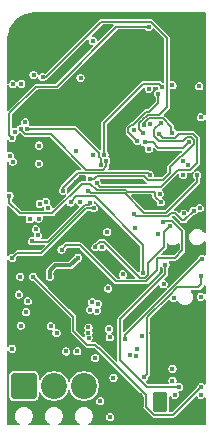
<source format=gbr>
%TF.GenerationSoftware,KiCad,Pcbnew,9.0.1*%
%TF.CreationDate,2025-11-25T18:55:05-05:00*%
%TF.ProjectId,OshEasyMini,4f736845-6173-4794-9d69-6e692e6b6963,rev?*%
%TF.SameCoordinates,Original*%
%TF.FileFunction,Copper,L4,Inr*%
%TF.FilePolarity,Positive*%
%FSLAX46Y46*%
G04 Gerber Fmt 4.6, Leading zero omitted, Abs format (unit mm)*
G04 Created by KiCad (PCBNEW 9.0.1) date 2025-11-25 18:55:05*
%MOMM*%
%LPD*%
G01*
G04 APERTURE LIST*
G04 Aperture macros list*
%AMRoundRect*
0 Rectangle with rounded corners*
0 $1 Rounding radius*
0 $2 $3 $4 $5 $6 $7 $8 $9 X,Y pos of 4 corners*
0 Add a 4 corners polygon primitive as box body*
4,1,4,$2,$3,$4,$5,$6,$7,$8,$9,$2,$3,0*
0 Add four circle primitives for the rounded corners*
1,1,$1+$1,$2,$3*
1,1,$1+$1,$4,$5*
1,1,$1+$1,$6,$7*
1,1,$1+$1,$8,$9*
0 Add four rect primitives between the rounded corners*
20,1,$1+$1,$2,$3,$4,$5,0*
20,1,$1+$1,$4,$5,$6,$7,0*
20,1,$1+$1,$6,$7,$8,$9,0*
20,1,$1+$1,$8,$9,$2,$3,0*%
G04 Aperture macros list end*
%TA.AperFunction,ComponentPad*%
%ADD10RoundRect,0.249999X-0.850001X-0.850001X0.850001X-0.850001X0.850001X0.850001X-0.850001X0.850001X0*%
%TD*%
%TA.AperFunction,ComponentPad*%
%ADD11C,2.200000*%
%TD*%
%TA.AperFunction,ComponentPad*%
%ADD12RoundRect,0.250000X0.350000X0.625000X-0.350000X0.625000X-0.350000X-0.625000X0.350000X-0.625000X0*%
%TD*%
%TA.AperFunction,ComponentPad*%
%ADD13O,1.200000X1.750000*%
%TD*%
%TA.AperFunction,ComponentPad*%
%ADD14C,4.700000*%
%TD*%
%TA.AperFunction,ViaPad*%
%ADD15C,0.400000*%
%TD*%
%TA.AperFunction,Conductor*%
%ADD16C,0.160000*%
%TD*%
%TA.AperFunction,Conductor*%
%ADD17C,0.349300*%
%TD*%
G04 APERTURE END LIST*
D10*
%TO.N,/FET_B*%
%TO.C,J4*%
X91620000Y-61850000D03*
D11*
%TO.N,/FET_A*%
X94160000Y-61850000D03*
%TO.N,V_LIPO*%
X96700000Y-61850000D03*
%TD*%
D12*
%TO.N,V_CHARGE*%
%TO.C,J6*%
X103180000Y-63250000D03*
D13*
%TO.N,GND*%
X101180000Y-63250000D03*
%TD*%
D14*
%TO.N,GND*%
%TO.C,H2*%
X92600000Y-32600000D03*
%TD*%
%TO.N,GND*%
%TO.C,H1*%
X104600000Y-57350000D03*
%TD*%
D15*
%TO.N,GND*%
X104600000Y-50200000D03*
X95304542Y-51100000D03*
X90610352Y-48518702D03*
X100326594Y-56745379D03*
X106100000Y-47600000D03*
X102438025Y-46363215D03*
X101225000Y-42700000D03*
X92400000Y-54050000D03*
X97960000Y-64690000D03*
X103100000Y-61000000D03*
X90575000Y-56425000D03*
X104330476Y-38454400D03*
X106700000Y-50250000D03*
X96370000Y-52480000D03*
X91304541Y-53150003D03*
X95661513Y-46940187D03*
X96002985Y-55366247D03*
X92910000Y-63700000D03*
X90400000Y-44900000D03*
X91850000Y-54000000D03*
X97794486Y-30771352D03*
X92150000Y-57425000D03*
X95187660Y-57017523D03*
X100966249Y-38462500D03*
X99191242Y-44549406D03*
X91088777Y-39514107D03*
X97740611Y-60140829D03*
X100000000Y-40200000D03*
X92804541Y-50100000D03*
X96132299Y-60277290D03*
X94060574Y-38053181D03*
X95300000Y-63900000D03*
X103600000Y-50600000D03*
X96180000Y-50350000D03*
X93010000Y-42120000D03*
X96043070Y-44590231D03*
X98100000Y-58200000D03*
X93675000Y-43575000D03*
X97643630Y-56131971D03*
X94910000Y-54120000D03*
X90600000Y-41400000D03*
X94450000Y-56300000D03*
X100714507Y-55961513D03*
X92800000Y-51100000D03*
X98600000Y-31600000D03*
X94304541Y-50100000D03*
X94804541Y-53100000D03*
X106500000Y-37900000D03*
X90640000Y-47490000D03*
X99050000Y-62720000D03*
X101041826Y-37772156D03*
X99900000Y-49200000D03*
%TO.N,+3V3*%
X96018749Y-41962500D03*
X92900000Y-41500000D03*
X97800000Y-55500000D03*
X106470391Y-36483131D03*
X97400000Y-54750000D03*
X97430000Y-42340000D03*
X97900000Y-54900000D03*
X92120000Y-47740000D03*
X101000000Y-48450000D03*
X103112500Y-45600000D03*
X96414376Y-35765076D03*
X97446249Y-32622500D03*
X102200000Y-41800000D03*
X106600000Y-39100000D03*
X106500000Y-46800000D03*
X100000000Y-52400000D03*
X91728777Y-39514107D03*
X97228341Y-55395349D03*
X96360000Y-46250000D03*
X104300000Y-54400000D03*
X92804541Y-49100000D03*
X91304541Y-52600000D03*
%TO.N,/NRST*%
X94814559Y-50305877D03*
X103431000Y-47950000D03*
X90847399Y-40323378D03*
%TO.N,/RADIO_MARC_ISR*%
X98600000Y-42800000D03*
X91349997Y-40100000D03*
%TO.N,/RADIO_INT*%
X91900000Y-40100000D03*
X98142371Y-43105086D03*
%TO.N,/CS_RADIO*%
X93200000Y-35700000D03*
X101725675Y-40464347D03*
%TO.N,/CS_BARO*%
X97087500Y-45362500D03*
X106300000Y-44000000D03*
%TO.N,VBUS*%
X101580000Y-57630000D03*
X105160000Y-47250000D03*
%TO.N,V_LIPO*%
X100628594Y-59228025D03*
X97084063Y-56893964D03*
X101146466Y-59296567D03*
X101159159Y-58682229D03*
X97086931Y-57339723D03*
X98886855Y-57732299D03*
X104200000Y-60400000D03*
X97090739Y-57785245D03*
X104200000Y-61400000D03*
X98827504Y-57034923D03*
%TO.N,/MGSW_IN*%
X104758812Y-61948127D03*
X103606013Y-51606666D03*
X106600000Y-62600000D03*
%TO.N,/HALL_OUT*%
X103450000Y-53250000D03*
X98745969Y-53591937D03*
%TO.N,Net-(JP1-A)*%
X98230000Y-50090000D03*
X91200000Y-54110000D03*
%TO.N,Net-(D4-A2)*%
X100200000Y-57900000D03*
X106700000Y-51100000D03*
X99200000Y-61150000D03*
%TO.N,Net-(D4-A1)*%
X106640000Y-52540000D03*
X101800000Y-61100000D03*
%TO.N,Net-(D4-K1)*%
X98090000Y-63140000D03*
X106600000Y-54300000D03*
%TO.N,/SWDIO*%
X103000000Y-49000000D03*
%TO.N,/SWCLK*%
X97680096Y-50100376D03*
X103950000Y-48300000D03*
%TO.N,Net-(Q1-G)*%
X104400000Y-62600000D03*
%TO.N,Net-(Q2-D)*%
X92400000Y-52600000D03*
X106620000Y-61950000D03*
%TO.N,/SENSE_A*%
X100900000Y-40200000D03*
X95187660Y-58927523D03*
%TO.N,/SENSE_B*%
X90614999Y-58700000D03*
X102200000Y-36700000D03*
%TO.N,/FIRE_A*%
X96139926Y-58913531D03*
X90680900Y-42857354D03*
%TO.N,/GATE_A*%
X93893463Y-56783325D03*
%TO.N,/FIRE_B*%
X90437765Y-42364011D03*
X91950000Y-54675000D03*
%TO.N,/GATE_B*%
X91800000Y-55600000D03*
%TO.N,/CMP_RAIL*%
X94381052Y-57369669D03*
X91365000Y-56740000D03*
%TO.N,/V_BATT*%
X97669934Y-59483948D03*
X102333581Y-39666605D03*
%TO.N,/USB_D+*%
X92959998Y-46430002D03*
%TO.N,/USB_D-*%
X93483378Y-46260956D03*
%TO.N,/AC_INT1*%
X97800000Y-44700000D03*
X103100000Y-40500000D03*
%TO.N,/SCK0*%
X101848255Y-41235281D03*
X104200000Y-36399999D03*
X105600000Y-41200000D03*
%TO.N,/MISO0*%
X101207465Y-41107465D03*
X103000000Y-37100000D03*
%TO.N,/CS_ACCEL*%
X104200000Y-40400000D03*
X101800000Y-39800000D03*
%TO.N,/MOSI0*%
X103300000Y-36500000D03*
X98441173Y-42273429D03*
%TO.N,/AC_INT2*%
X97200000Y-44300000D03*
X103200000Y-39600000D03*
%TO.N,/SCK3*%
X94940000Y-45320000D03*
X102300000Y-44000000D03*
%TO.N,/MISO3*%
X92890000Y-43020000D03*
X105100000Y-44000000D03*
%TO.N,/MOSI3*%
X103200000Y-46300000D03*
X90400000Y-45750003D03*
%TO.N,/TX1*%
X90620000Y-51020000D03*
X97550000Y-46800000D03*
%TO.N,/RX1*%
X92299837Y-49592432D03*
X97209565Y-46368020D03*
%TO.N,/MISO5*%
X98680000Y-48820000D03*
X92440000Y-35520000D03*
%TO.N,/MOSI5*%
X90688727Y-36306236D03*
X92862983Y-47685922D03*
%TO.N,/SCK5*%
X93682060Y-46796135D03*
X91394998Y-36265002D03*
%TO.N,/CS_FLASH*%
X101700000Y-52300000D03*
X95574034Y-46315745D03*
%TO.N,/BUZZ*%
X102170000Y-31440000D03*
X90609651Y-40850082D03*
%TO.N,Net-(J10-Pin_2)*%
X105540002Y-43130002D03*
%TO.N,Net-(J10-Pin_1)*%
X105100000Y-42800000D03*
%TO.N,Net-(U1-V_BCKP)*%
X98918131Y-64485309D03*
X92634973Y-48576789D03*
X100901828Y-47282363D03*
X105989336Y-47004266D03*
%TO.N,Net-(U1-VCC_RF)*%
X93800000Y-52600000D03*
X96200000Y-51000000D03*
%TD*%
D16*
%TO.N,/NRST*%
X102928583Y-52050054D02*
X101986637Y-52992000D01*
X103512000Y-47869000D02*
X104128527Y-47869000D01*
X105031000Y-50378527D02*
X104378527Y-51031000D01*
X105031000Y-48771473D02*
X105031000Y-50378527D01*
X95201436Y-49919000D02*
X94814559Y-50305877D01*
X99431527Y-52992000D02*
X96358527Y-49919000D01*
X104378527Y-51031000D02*
X102928583Y-51031000D01*
X101986637Y-52992000D02*
X99431527Y-52992000D01*
X102928583Y-51031000D02*
X102928583Y-52050054D01*
X104128527Y-47869000D02*
X105031000Y-48771473D01*
X103431000Y-47950000D02*
X103512000Y-47869000D01*
X96358527Y-49919000D02*
X95201436Y-49919000D01*
%TO.N,/RADIO_MARC_ISR*%
X91721473Y-40531000D02*
X91349997Y-40159524D01*
X96886086Y-43536086D02*
X93881000Y-40531000D01*
X91349997Y-40159524D02*
X91349997Y-40100000D01*
X98600000Y-43256984D02*
X98320898Y-43536086D01*
X98600000Y-42800000D02*
X98600000Y-43256984D01*
X93881000Y-40531000D02*
X91721473Y-40531000D01*
X98320898Y-43536086D02*
X96886086Y-43536086D01*
%TO.N,/RADIO_INT*%
X98010173Y-42160173D02*
X95950000Y-40100000D01*
X98010173Y-42451956D02*
X98010173Y-42160173D01*
X98142371Y-42584154D02*
X98010173Y-42451956D01*
X95950000Y-40100000D02*
X91900000Y-40100000D01*
X98142371Y-43105086D02*
X98142371Y-42584154D01*
%TO.N,/CS_RADIO*%
X102113549Y-38908000D02*
X103092000Y-38908000D01*
X101369000Y-39621473D02*
X101621473Y-39369000D01*
X101621473Y-39369000D02*
X101652549Y-39369000D01*
X103731000Y-38269000D02*
X103731000Y-32391473D01*
X103731000Y-32391473D02*
X102348527Y-31009000D01*
X98170375Y-31009000D02*
X93479375Y-35700000D01*
X101725675Y-40464347D02*
X101369000Y-40107672D01*
X101652549Y-39369000D02*
X102113549Y-38908000D01*
X103092000Y-38908000D02*
X103731000Y-38269000D01*
X93479375Y-35700000D02*
X93200000Y-35700000D01*
X102348527Y-31009000D02*
X98170375Y-31009000D01*
X101369000Y-40107672D02*
X101369000Y-39621473D01*
%TO.N,/CS_BARO*%
X97264000Y-45539000D02*
X100139000Y-45539000D01*
X103678527Y-47191000D02*
X106300000Y-44569527D01*
X101791000Y-47191000D02*
X103678527Y-47191000D01*
X97087500Y-45362500D02*
X97264000Y-45539000D01*
X106300000Y-44569527D02*
X106300000Y-44000000D01*
X100139000Y-45539000D02*
X101791000Y-47191000D01*
%TO.N,/MGSW_IN*%
X99769000Y-56211000D02*
X103606013Y-52373987D01*
X102038600Y-61948127D02*
X99769000Y-59678527D01*
X104758812Y-61948127D02*
X102038600Y-61948127D01*
X103606013Y-52373987D02*
X103606013Y-51606666D01*
X99769000Y-59678527D02*
X99769000Y-56211000D01*
%TO.N,Net-(D4-A2)*%
X100200000Y-57900000D02*
X100200000Y-57521363D01*
X106621363Y-51100000D02*
X106700000Y-51100000D01*
X100200000Y-57521363D02*
X106621363Y-51100000D01*
%TO.N,Net-(D4-A1)*%
X103869000Y-54221473D02*
X103869000Y-54231000D01*
X106640000Y-53260000D02*
X106400000Y-53500000D01*
X104590473Y-53500000D02*
X103869000Y-54221473D01*
X102069000Y-56031000D02*
X102069000Y-60831000D01*
X106400000Y-53500000D02*
X104590473Y-53500000D01*
X102069000Y-60831000D02*
X101800000Y-61100000D01*
X103869000Y-54231000D02*
X102069000Y-56031000D01*
X106640000Y-52540000D02*
X106640000Y-53260000D01*
%TO.N,/SWCLK*%
X102131000Y-51459473D02*
X102131000Y-52478527D01*
X101878527Y-52731000D02*
X101480527Y-52731000D01*
X98408527Y-49659000D02*
X98051473Y-49659000D01*
X102131000Y-52478527D02*
X101878527Y-52731000D01*
X101480527Y-52731000D02*
X98408527Y-49659000D01*
X98051473Y-49659000D02*
X97680096Y-50030377D01*
X103950000Y-48300000D02*
X103472700Y-48777300D01*
X103472700Y-48777300D02*
X103472700Y-50117773D01*
X103472700Y-50117773D02*
X102131000Y-51459473D01*
X97680096Y-50030377D02*
X97680096Y-50100376D01*
%TO.N,Net-(Q2-D)*%
X92400000Y-52600000D02*
X92400000Y-52650000D01*
X95800000Y-56000000D02*
X95800000Y-57200000D01*
X102644548Y-64306000D02*
X103715452Y-64306000D01*
X97940501Y-58631000D02*
X101961000Y-62651499D01*
X92400000Y-52600000D02*
X95800000Y-56000000D01*
X95800000Y-57200000D02*
X96978527Y-58378527D01*
X97669000Y-58378527D02*
X97921473Y-58631000D01*
X103721452Y-64300000D02*
X104270000Y-64300000D01*
X101961000Y-62651499D02*
X101961000Y-63622452D01*
X96978527Y-58378527D02*
X97669000Y-58378527D01*
X101961000Y-63622452D02*
X102644548Y-64306000D01*
X97921473Y-58631000D02*
X97940501Y-58631000D01*
X103715452Y-64306000D02*
X103721452Y-64300000D01*
X104270000Y-64300000D02*
X106620000Y-61950000D01*
%TO.N,/CMP_RAIL*%
X91365000Y-56615000D02*
X91365000Y-56740000D01*
%TO.N,/AC_INT1*%
X103200000Y-45000000D02*
X104638998Y-43561002D01*
X106300000Y-40900000D02*
X105900000Y-40500000D01*
X98100000Y-45000000D02*
X103200000Y-45000000D01*
X105900000Y-40500000D02*
X104700000Y-40500000D01*
X105718529Y-43561002D02*
X106300000Y-42979531D01*
X104378527Y-40831000D02*
X103431000Y-40831000D01*
X104638998Y-43561002D02*
X105718529Y-43561002D01*
X104631000Y-40569000D02*
X104631000Y-40578527D01*
X103431000Y-40831000D02*
X103100000Y-40500000D01*
X97800000Y-44700000D02*
X98100000Y-45000000D01*
X104631000Y-40578527D02*
X104378527Y-40831000D01*
X104700000Y-40500000D02*
X104631000Y-40569000D01*
X106300000Y-42979531D02*
X106300000Y-40900000D01*
%TO.N,/SCK0*%
X105100000Y-41700000D02*
X103000000Y-41700000D01*
X103000000Y-41700000D02*
X102535281Y-41235281D01*
X105600000Y-41200000D02*
X105100000Y-41700000D01*
X102535281Y-41235281D02*
X101848255Y-41235281D01*
%TO.N,/MISO0*%
X100469000Y-40378527D02*
X100469000Y-40021473D01*
X101197938Y-41107465D02*
X100469000Y-40378527D01*
X102221659Y-38647000D02*
X103000000Y-37868659D01*
X103000000Y-37868659D02*
X103000000Y-37100000D01*
X100831000Y-39769000D02*
X101953000Y-38647000D01*
X101207465Y-41107465D02*
X101197938Y-41107465D01*
X100721473Y-39769000D02*
X100831000Y-39769000D01*
X100469000Y-40021473D02*
X100721473Y-39769000D01*
X101953000Y-38647000D02*
X102221659Y-38647000D01*
%TO.N,/CS_ACCEL*%
X101800000Y-39590659D02*
X102221659Y-39169000D01*
X101800000Y-39800000D02*
X101800000Y-39590659D01*
X103378527Y-39169000D02*
X104100000Y-39890473D01*
X104100000Y-39890473D02*
X104100000Y-40300000D01*
X102221659Y-39169000D02*
X103378527Y-39169000D01*
X104100000Y-40300000D02*
X104200000Y-40400000D01*
%TO.N,/MOSI0*%
X103069000Y-36269000D02*
X103300000Y-36500000D01*
X101731000Y-36269000D02*
X103069000Y-36269000D01*
X98420000Y-39580000D02*
X101731000Y-36269000D01*
X98441173Y-42273429D02*
X98420000Y-42252256D01*
X98420000Y-42252256D02*
X98420000Y-39580000D01*
%TO.N,/AC_INT2*%
X104000000Y-43290474D02*
X104921474Y-42369000D01*
X104000000Y-43800000D02*
X104000000Y-43290474D01*
X105040527Y-42369000D02*
X106031000Y-41378527D01*
X102121473Y-44431000D02*
X103369000Y-44431000D01*
X106031000Y-41378527D02*
X106031000Y-41021473D01*
X103369000Y-44431000D02*
X104000000Y-43800000D01*
X97590473Y-44300000D02*
X97788348Y-44102125D01*
X102669000Y-40131000D02*
X103200000Y-39600000D01*
X105098473Y-41092000D02*
X103082473Y-41092000D01*
X103082473Y-41092000D02*
X102669000Y-40678527D01*
X101792598Y-44102125D02*
X102121473Y-44431000D01*
X106031000Y-41021473D02*
X105778527Y-40769000D01*
X104921474Y-42369000D02*
X105040527Y-42369000D01*
X102669000Y-40678527D02*
X102669000Y-40131000D01*
X97200000Y-44300000D02*
X97590473Y-44300000D01*
X105421473Y-40769000D02*
X105098473Y-41092000D01*
X97788348Y-44102125D02*
X101792598Y-44102125D01*
X105778527Y-40769000D02*
X105421473Y-40769000D01*
%TO.N,/SCK3*%
X96200000Y-43800000D02*
X102100000Y-43800000D01*
X94925000Y-45305000D02*
X94925000Y-45075000D01*
X94940000Y-45320000D02*
X94925000Y-45305000D01*
X102100000Y-43800000D02*
X102300000Y-44000000D01*
X94925000Y-45075000D02*
X96200000Y-43800000D01*
%TO.N,/MOSI3*%
X102681500Y-45778527D02*
X102681500Y-45481500D01*
X90400000Y-46350000D02*
X90400000Y-45750003D01*
X100369110Y-45400000D02*
X100247110Y-45278000D01*
X96520000Y-44750000D02*
X94023785Y-47246215D01*
X102600000Y-45400000D02*
X100369110Y-45400000D01*
X97768473Y-45278000D02*
X97240473Y-44750000D01*
X102800000Y-45897027D02*
X102681500Y-45778527D01*
X91296215Y-47246215D02*
X90400000Y-46350000D01*
X102681500Y-45481500D02*
X102600000Y-45400000D01*
X102800000Y-45900000D02*
X102800000Y-45897027D01*
X100247110Y-45278000D02*
X97768473Y-45278000D01*
X94023785Y-47246215D02*
X91296215Y-47246215D01*
X97240473Y-44750000D02*
X96520000Y-44750000D01*
X103200000Y-46300000D02*
X102800000Y-45900000D01*
%TO.N,/TX1*%
X97550000Y-46800000D02*
X96900000Y-46800000D01*
X91040000Y-50600000D02*
X90620000Y-51020000D01*
X93100000Y-50600000D02*
X91040000Y-50600000D01*
X96900000Y-46800000D02*
X93100000Y-50600000D01*
%TO.N,/RX1*%
X97209565Y-46465435D02*
X97136000Y-46539000D01*
X97136000Y-46539000D02*
X96791890Y-46539000D01*
X96791890Y-46539000D02*
X93680890Y-49650000D01*
X92357405Y-49650000D02*
X92299837Y-49592432D01*
X97209565Y-46368020D02*
X97209565Y-46465435D01*
X93680890Y-49650000D02*
X92357405Y-49650000D01*
%TO.N,/CS_FLASH*%
X96016500Y-45793500D02*
X97033500Y-45793500D01*
X101700000Y-49890473D02*
X101700000Y-52300000D01*
X95574034Y-46315745D02*
X95574034Y-46235966D01*
X95574034Y-46235966D02*
X96016500Y-45793500D01*
X97040000Y-45800000D02*
X97609527Y-45800000D01*
X97033500Y-45793500D02*
X97040000Y-45800000D01*
X97609527Y-45800000D02*
X101700000Y-49890473D01*
%TO.N,/BUZZ*%
X90400000Y-38779375D02*
X92679375Y-36500000D01*
X94400000Y-36500000D02*
X99460000Y-31440000D01*
X90400000Y-40640431D02*
X90400000Y-38779375D01*
X92679375Y-36500000D02*
X94400000Y-36500000D01*
X90609651Y-40850082D02*
X90400000Y-40640431D01*
X99460000Y-31440000D02*
X102170000Y-31440000D01*
%TO.N,Net-(U1-V_BCKP)*%
X104453527Y-47244000D02*
X105031000Y-47821473D01*
X101115938Y-47496473D02*
X103844000Y-47496473D01*
X105989336Y-47030191D02*
X105989336Y-47004266D01*
X104096473Y-47244000D02*
X104453527Y-47244000D01*
X100901828Y-47282363D02*
X101115938Y-47496473D01*
X105031000Y-47821473D02*
X105198054Y-47821473D01*
X103844000Y-47496473D02*
X104096473Y-47244000D01*
X105198054Y-47821473D02*
X105989336Y-47030191D01*
D17*
%TO.N,Net-(U1-VCC_RF)*%
X96200000Y-51000000D02*
X95556384Y-51643616D01*
X94260925Y-51643616D02*
X93800000Y-52104541D01*
X95556384Y-51643616D02*
X94260925Y-51643616D01*
X93800000Y-52104541D02*
X93800000Y-52600000D01*
%TD*%
%TA.AperFunction,Conductor*%
%TO.N,GND*%
G36*
X97650213Y-46170228D02*
G01*
X97665539Y-46181988D01*
X101447826Y-49964275D01*
X101469500Y-50016601D01*
X101469500Y-52004167D01*
X101447827Y-52056492D01*
X101419527Y-52084792D01*
X101372860Y-52165621D01*
X101327927Y-52200099D01*
X101271774Y-52192705D01*
X101256449Y-52180946D01*
X98614344Y-49538841D01*
X98614344Y-49538840D01*
X98603936Y-49528432D01*
X98539095Y-49463591D01*
X98539093Y-49463590D01*
X98539091Y-49463589D01*
X98504003Y-49449055D01*
X98504003Y-49449054D01*
X98454377Y-49428499D01*
X98362677Y-49428499D01*
X98354065Y-49428499D01*
X98354057Y-49428500D01*
X98005623Y-49428500D01*
X97980809Y-49438778D01*
X97920907Y-49463589D01*
X97648886Y-49735610D01*
X97615713Y-49754762D01*
X97544811Y-49773760D01*
X97544806Y-49773762D01*
X97464887Y-49819904D01*
X97399624Y-49885167D01*
X97353482Y-49965086D01*
X97353480Y-49965091D01*
X97329596Y-50054229D01*
X97329596Y-50146522D01*
X97353480Y-50235660D01*
X97353482Y-50235665D01*
X97399624Y-50315584D01*
X97399625Y-50315585D01*
X97399627Y-50315588D01*
X97464884Y-50380845D01*
X97464886Y-50380846D01*
X97464887Y-50380847D01*
X97526838Y-50416615D01*
X97544808Y-50426990D01*
X97544809Y-50426990D01*
X97544811Y-50426991D01*
X97589380Y-50438933D01*
X97633949Y-50450875D01*
X97633950Y-50450876D01*
X97633952Y-50450876D01*
X97726242Y-50450876D01*
X97726242Y-50450875D01*
X97815384Y-50426990D01*
X97895308Y-50380845D01*
X97907911Y-50368241D01*
X97960236Y-50346568D01*
X98010916Y-50367560D01*
X98010947Y-50367521D01*
X98011094Y-50367634D01*
X98012560Y-50368241D01*
X98014788Y-50370469D01*
X98014790Y-50370470D01*
X98014791Y-50370471D01*
X98043496Y-50387044D01*
X98094712Y-50416614D01*
X98094713Y-50416614D01*
X98094715Y-50416615D01*
X98139284Y-50428557D01*
X98183853Y-50440499D01*
X98183854Y-50440500D01*
X98183856Y-50440500D01*
X98276146Y-50440500D01*
X98276146Y-50440499D01*
X98365288Y-50416614D01*
X98445212Y-50370469D01*
X98510469Y-50305212D01*
X98542151Y-50250337D01*
X98587084Y-50215859D01*
X98643237Y-50223252D01*
X98658563Y-50235012D01*
X101058725Y-52635174D01*
X101080399Y-52687500D01*
X101058725Y-52739826D01*
X101006399Y-52761500D01*
X100312832Y-52761500D01*
X100260506Y-52739826D01*
X100238832Y-52687500D01*
X100260505Y-52635175D01*
X100280469Y-52615212D01*
X100326614Y-52535288D01*
X100350499Y-52446146D01*
X100350500Y-52446146D01*
X100350500Y-52353854D01*
X100350499Y-52353853D01*
X100326615Y-52264715D01*
X100326613Y-52264710D01*
X100280471Y-52184791D01*
X100280470Y-52184790D01*
X100280469Y-52184788D01*
X100215212Y-52119531D01*
X100215209Y-52119529D01*
X100215208Y-52119528D01*
X100135289Y-52073386D01*
X100135284Y-52073384D01*
X100046146Y-52049500D01*
X100046144Y-52049500D01*
X99953856Y-52049500D01*
X99953854Y-52049500D01*
X99864715Y-52073384D01*
X99864710Y-52073386D01*
X99784791Y-52119528D01*
X99719528Y-52184791D01*
X99673386Y-52264710D01*
X99673384Y-52264715D01*
X99649500Y-52353853D01*
X99649500Y-52446146D01*
X99673384Y-52535284D01*
X99673386Y-52535289D01*
X99719528Y-52615208D01*
X99719529Y-52615209D01*
X99719531Y-52615212D01*
X99739494Y-52635175D01*
X99761168Y-52687500D01*
X99739494Y-52739826D01*
X99687168Y-52761500D01*
X99557655Y-52761500D01*
X99505329Y-52739826D01*
X96564344Y-49798841D01*
X96564344Y-49798840D01*
X96539264Y-49773760D01*
X96489095Y-49723591D01*
X96489093Y-49723590D01*
X96489091Y-49723589D01*
X96454003Y-49709055D01*
X96454003Y-49709054D01*
X96404377Y-49688499D01*
X96312677Y-49688499D01*
X96304065Y-49688499D01*
X96304057Y-49688500D01*
X95255906Y-49688500D01*
X95255898Y-49688499D01*
X95247286Y-49688499D01*
X95155587Y-49688499D01*
X95116116Y-49704849D01*
X95116115Y-49704849D01*
X95070870Y-49723589D01*
X95006026Y-49788433D01*
X94860757Y-49933703D01*
X94808431Y-49955377D01*
X94768413Y-49955377D01*
X94679274Y-49979261D01*
X94679269Y-49979263D01*
X94599350Y-50025405D01*
X94534087Y-50090668D01*
X94487945Y-50170587D01*
X94487943Y-50170592D01*
X94464059Y-50259730D01*
X94464059Y-50352023D01*
X94487943Y-50441161D01*
X94487945Y-50441166D01*
X94534087Y-50521085D01*
X94534088Y-50521086D01*
X94534090Y-50521089D01*
X94599347Y-50586346D01*
X94679271Y-50632491D01*
X94679272Y-50632491D01*
X94679274Y-50632492D01*
X94723843Y-50644434D01*
X94768412Y-50656376D01*
X94768413Y-50656377D01*
X94768415Y-50656377D01*
X94860705Y-50656377D01*
X94860705Y-50656376D01*
X94949847Y-50632491D01*
X95029771Y-50586346D01*
X95095028Y-50521089D01*
X95141173Y-50441165D01*
X95165058Y-50352023D01*
X95165059Y-50352023D01*
X95165059Y-50312005D01*
X95186733Y-50259679D01*
X95275238Y-50171174D01*
X95327564Y-50149500D01*
X96232399Y-50149500D01*
X96284725Y-50171174D01*
X99231897Y-53118346D01*
X99231900Y-53118350D01*
X99300959Y-53187409D01*
X99300958Y-53187409D01*
X99360864Y-53212221D01*
X99360866Y-53212221D01*
X99374255Y-53217768D01*
X99385676Y-53222500D01*
X99385677Y-53222500D01*
X99385678Y-53222500D01*
X101932167Y-53222500D01*
X101932175Y-53222501D01*
X101940787Y-53222501D01*
X102032487Y-53222501D01*
X102071172Y-53206476D01*
X102082111Y-53201945D01*
X102082113Y-53201944D01*
X102117205Y-53187409D01*
X102182046Y-53122568D01*
X102182046Y-53122567D01*
X102192451Y-53112162D01*
X102192453Y-53112159D01*
X103048742Y-52255870D01*
X103048745Y-52255868D01*
X103059150Y-52245463D01*
X103059151Y-52245463D01*
X103123992Y-52180622D01*
X103141537Y-52138262D01*
X103159084Y-52095903D01*
X103159084Y-52004204D01*
X103159084Y-51998239D01*
X103159083Y-51998232D01*
X103159083Y-51809732D01*
X103180757Y-51757406D01*
X103233083Y-51735732D01*
X103285409Y-51757406D01*
X103297169Y-51772732D01*
X103325541Y-51821874D01*
X103325542Y-51821875D01*
X103325544Y-51821878D01*
X103353839Y-51850173D01*
X103362515Y-51871118D01*
X103374510Y-51890357D01*
X103373064Y-51896587D01*
X103375513Y-51902498D01*
X103375513Y-52247858D01*
X103353839Y-52300184D01*
X99573590Y-56080433D01*
X99559054Y-56115525D01*
X99538499Y-56165148D01*
X99538499Y-56265461D01*
X99538500Y-56265470D01*
X99538500Y-59632674D01*
X99538499Y-59632677D01*
X99538499Y-59689692D01*
X99538499Y-59724370D01*
X99516825Y-59776696D01*
X99464499Y-59798370D01*
X99464498Y-59798369D01*
X99464498Y-59798370D01*
X99449172Y-59792021D01*
X99412173Y-59776696D01*
X98146318Y-58510841D01*
X98146318Y-58510840D01*
X98120266Y-58484788D01*
X98071069Y-58435591D01*
X98052183Y-58427768D01*
X98028176Y-58411727D01*
X97874817Y-58258368D01*
X97874817Y-58258367D01*
X97843063Y-58226613D01*
X97799568Y-58183118D01*
X97799566Y-58183117D01*
X97799564Y-58183116D01*
X97764476Y-58168582D01*
X97764476Y-58168581D01*
X97714850Y-58148026D01*
X97623150Y-58148026D01*
X97614538Y-58148026D01*
X97614530Y-58148027D01*
X97402289Y-58148027D01*
X97349963Y-58126353D01*
X97328289Y-58074027D01*
X97349962Y-58021702D01*
X97371208Y-58000457D01*
X97417353Y-57920533D01*
X97441238Y-57831391D01*
X97441239Y-57831391D01*
X97441239Y-57739099D01*
X97441238Y-57739098D01*
X97435365Y-57717181D01*
X97417402Y-57650140D01*
X97417354Y-57649960D01*
X97417352Y-57649955D01*
X97386308Y-57596186D01*
X97378915Y-57540034D01*
X97386306Y-57522188D01*
X97413545Y-57475011D01*
X97437430Y-57385869D01*
X97437431Y-57385869D01*
X97437431Y-57293577D01*
X97437430Y-57293576D01*
X97433658Y-57279500D01*
X97421569Y-57234381D01*
X97413546Y-57204438D01*
X97413545Y-57204437D01*
X97413545Y-57204435D01*
X97382900Y-57151358D01*
X97382285Y-57146684D01*
X97378918Y-57143386D01*
X97379839Y-57128108D01*
X97375508Y-57095207D01*
X97378329Y-57086752D01*
X97380279Y-57081901D01*
X97410677Y-57029252D01*
X97421522Y-56988776D01*
X98477004Y-56988776D01*
X98477004Y-57081069D01*
X98500888Y-57170207D01*
X98500890Y-57170212D01*
X98547032Y-57250131D01*
X98547033Y-57250132D01*
X98547035Y-57250135D01*
X98612292Y-57315392D01*
X98612294Y-57315393D01*
X98612296Y-57315395D01*
X98652899Y-57338838D01*
X98687377Y-57383771D01*
X98679983Y-57439924D01*
X98668224Y-57455249D01*
X98606383Y-57517090D01*
X98560241Y-57597009D01*
X98560239Y-57597014D01*
X98536355Y-57686152D01*
X98536355Y-57778445D01*
X98560239Y-57867583D01*
X98560241Y-57867588D01*
X98606383Y-57947507D01*
X98606384Y-57947508D01*
X98606386Y-57947511D01*
X98671643Y-58012768D01*
X98671645Y-58012769D01*
X98671646Y-58012770D01*
X98751565Y-58058912D01*
X98751567Y-58058913D01*
X98751568Y-58058913D01*
X98751570Y-58058914D01*
X98796139Y-58070856D01*
X98840708Y-58082798D01*
X98840709Y-58082799D01*
X98840711Y-58082799D01*
X98933001Y-58082799D01*
X98933001Y-58082798D01*
X99022143Y-58058913D01*
X99102067Y-58012768D01*
X99167324Y-57947511D01*
X99213469Y-57867587D01*
X99237354Y-57778445D01*
X99237355Y-57778445D01*
X99237355Y-57686153D01*
X99237354Y-57686152D01*
X99236989Y-57684791D01*
X99213469Y-57597011D01*
X99213468Y-57597009D01*
X99167326Y-57517090D01*
X99167325Y-57517089D01*
X99167324Y-57517087D01*
X99102067Y-57451830D01*
X99102064Y-57451828D01*
X99102062Y-57451826D01*
X99061459Y-57428383D01*
X99026981Y-57383449D01*
X99034375Y-57327297D01*
X99046127Y-57311980D01*
X99107973Y-57250135D01*
X99154118Y-57170211D01*
X99178003Y-57081069D01*
X99178004Y-57081069D01*
X99178004Y-56988777D01*
X99178003Y-56988776D01*
X99154119Y-56899638D01*
X99154117Y-56899633D01*
X99107975Y-56819714D01*
X99107974Y-56819713D01*
X99107973Y-56819711D01*
X99042716Y-56754454D01*
X99042713Y-56754452D01*
X99042712Y-56754451D01*
X98962793Y-56708309D01*
X98962788Y-56708307D01*
X98873650Y-56684423D01*
X98873648Y-56684423D01*
X98781360Y-56684423D01*
X98781358Y-56684423D01*
X98692219Y-56708307D01*
X98692214Y-56708309D01*
X98612295Y-56754451D01*
X98547032Y-56819714D01*
X98500890Y-56899633D01*
X98500888Y-56899638D01*
X98477004Y-56988776D01*
X97421522Y-56988776D01*
X97434563Y-56940108D01*
X97434563Y-56847820D01*
X97434563Y-56847818D01*
X97434562Y-56847817D01*
X97410678Y-56758679D01*
X97410676Y-56758674D01*
X97364534Y-56678755D01*
X97364533Y-56678754D01*
X97364532Y-56678752D01*
X97299275Y-56613495D01*
X97299272Y-56613493D01*
X97299271Y-56613492D01*
X97219352Y-56567350D01*
X97219347Y-56567348D01*
X97130209Y-56543464D01*
X97130207Y-56543464D01*
X97037919Y-56543464D01*
X97037917Y-56543464D01*
X96948778Y-56567348D01*
X96948773Y-56567350D01*
X96868854Y-56613492D01*
X96803591Y-56678755D01*
X96757449Y-56758674D01*
X96757447Y-56758679D01*
X96733563Y-56847817D01*
X96733563Y-56940110D01*
X96757447Y-57029248D01*
X96757449Y-57029253D01*
X96788092Y-57082327D01*
X96795485Y-57138479D01*
X96788092Y-57156327D01*
X96760317Y-57204433D01*
X96760315Y-57204438D01*
X96736431Y-57293576D01*
X96736431Y-57385869D01*
X96760315Y-57475007D01*
X96760317Y-57475012D01*
X96791361Y-57528781D01*
X96792217Y-57535287D01*
X96796678Y-57540104D01*
X96795178Y-57557777D01*
X96798754Y-57584934D01*
X96794506Y-57596700D01*
X96793067Y-57599828D01*
X96764125Y-57649957D01*
X96755904Y-57680636D01*
X96753281Y-57686341D01*
X96736755Y-57701645D01*
X96723049Y-57719508D01*
X96716543Y-57720364D01*
X96711727Y-57724825D01*
X96689220Y-57723961D01*
X96666897Y-57726900D01*
X96659854Y-57722834D01*
X96655131Y-57722653D01*
X96650063Y-57717181D01*
X96633724Y-57707748D01*
X96052174Y-57126198D01*
X96030500Y-57073872D01*
X96030500Y-55954151D01*
X96030499Y-55954149D01*
X95995410Y-55869434D01*
X95995408Y-55869431D01*
X95926353Y-55800376D01*
X95926346Y-55800370D01*
X95475178Y-55349202D01*
X96877841Y-55349202D01*
X96877841Y-55441495D01*
X96901725Y-55530633D01*
X96901727Y-55530638D01*
X96947869Y-55610557D01*
X96947870Y-55610558D01*
X96947872Y-55610561D01*
X97013129Y-55675818D01*
X97013131Y-55675819D01*
X97013132Y-55675820D01*
X97081360Y-55715212D01*
X97093053Y-55721963D01*
X97093054Y-55721963D01*
X97093056Y-55721964D01*
X97137625Y-55733906D01*
X97182194Y-55745848D01*
X97182195Y-55745849D01*
X97182197Y-55745849D01*
X97274487Y-55745849D01*
X97274487Y-55745848D01*
X97363629Y-55721963D01*
X97419393Y-55689766D01*
X97475543Y-55682373D01*
X97514953Y-55712609D01*
X97516578Y-55711363D01*
X97519529Y-55715209D01*
X97519531Y-55715212D01*
X97584788Y-55780469D01*
X97584790Y-55780470D01*
X97584791Y-55780471D01*
X97664710Y-55826613D01*
X97664712Y-55826614D01*
X97664713Y-55826614D01*
X97664715Y-55826615D01*
X97709284Y-55838557D01*
X97753853Y-55850499D01*
X97753854Y-55850500D01*
X97753856Y-55850500D01*
X97846146Y-55850500D01*
X97846146Y-55850499D01*
X97935288Y-55826614D01*
X98015212Y-55780469D01*
X98080469Y-55715212D01*
X98126614Y-55635288D01*
X98150499Y-55546146D01*
X98150500Y-55546146D01*
X98150500Y-55453854D01*
X98150499Y-55453853D01*
X98126615Y-55364715D01*
X98126612Y-55364708D01*
X98080984Y-55285680D01*
X98073590Y-55229527D01*
X98108068Y-55184594D01*
X98108071Y-55184592D01*
X98109312Y-55183875D01*
X98115212Y-55180469D01*
X98180469Y-55115212D01*
X98226614Y-55035288D01*
X98250499Y-54946146D01*
X98250500Y-54946146D01*
X98250500Y-54853854D01*
X98250499Y-54853853D01*
X98226615Y-54764715D01*
X98226613Y-54764710D01*
X98180471Y-54684791D01*
X98180470Y-54684790D01*
X98180469Y-54684788D01*
X98115212Y-54619531D01*
X98115209Y-54619529D01*
X98115208Y-54619528D01*
X98035289Y-54573386D01*
X98035284Y-54573384D01*
X97946146Y-54549500D01*
X97946144Y-54549500D01*
X97853856Y-54549500D01*
X97765901Y-54573067D01*
X97709749Y-54565674D01*
X97682662Y-54538586D01*
X97680471Y-54534791D01*
X97680470Y-54534790D01*
X97680469Y-54534788D01*
X97615212Y-54469531D01*
X97615209Y-54469529D01*
X97615208Y-54469528D01*
X97535289Y-54423386D01*
X97535284Y-54423384D01*
X97446146Y-54399500D01*
X97446144Y-54399500D01*
X97353856Y-54399500D01*
X97353854Y-54399500D01*
X97264715Y-54423384D01*
X97264710Y-54423386D01*
X97184791Y-54469528D01*
X97119528Y-54534791D01*
X97073386Y-54614710D01*
X97073384Y-54614715D01*
X97049500Y-54703853D01*
X97049500Y-54796146D01*
X97073384Y-54885284D01*
X97073386Y-54885289D01*
X97120737Y-54967303D01*
X97128129Y-55023456D01*
X97093652Y-55068389D01*
X97013131Y-55114878D01*
X96947869Y-55180140D01*
X96901727Y-55260059D01*
X96901725Y-55260064D01*
X96877841Y-55349202D01*
X95475178Y-55349202D01*
X93671766Y-53545790D01*
X98395469Y-53545790D01*
X98395469Y-53638083D01*
X98419353Y-53727221D01*
X98419355Y-53727226D01*
X98465497Y-53807145D01*
X98465498Y-53807146D01*
X98465500Y-53807149D01*
X98530757Y-53872406D01*
X98610681Y-53918551D01*
X98610682Y-53918551D01*
X98610684Y-53918552D01*
X98655253Y-53930494D01*
X98699822Y-53942436D01*
X98699823Y-53942437D01*
X98699825Y-53942437D01*
X98792115Y-53942437D01*
X98792115Y-53942436D01*
X98881257Y-53918551D01*
X98961181Y-53872406D01*
X99026438Y-53807149D01*
X99072583Y-53727225D01*
X99096468Y-53638083D01*
X99096469Y-53638083D01*
X99096469Y-53545791D01*
X99096468Y-53545790D01*
X99094571Y-53538712D01*
X99075039Y-53465814D01*
X99072584Y-53456652D01*
X99072582Y-53456647D01*
X99026440Y-53376728D01*
X99026439Y-53376727D01*
X99026438Y-53376725D01*
X98961181Y-53311468D01*
X98961178Y-53311466D01*
X98961177Y-53311465D01*
X98881258Y-53265323D01*
X98881253Y-53265321D01*
X98792115Y-53241437D01*
X98792113Y-53241437D01*
X98699825Y-53241437D01*
X98699823Y-53241437D01*
X98610684Y-53265321D01*
X98610679Y-53265323D01*
X98530760Y-53311465D01*
X98465497Y-53376728D01*
X98419355Y-53456647D01*
X98419353Y-53456652D01*
X98395469Y-53545790D01*
X93671766Y-53545790D01*
X92772174Y-52646198D01*
X92750500Y-52593872D01*
X92750500Y-52553854D01*
X92750499Y-52553853D01*
X93449500Y-52553853D01*
X93449500Y-52646146D01*
X93473384Y-52735284D01*
X93473386Y-52735289D01*
X93519528Y-52815208D01*
X93519529Y-52815209D01*
X93519531Y-52815212D01*
X93584788Y-52880469D01*
X93584790Y-52880470D01*
X93584791Y-52880471D01*
X93659119Y-52923385D01*
X93664712Y-52926614D01*
X93664713Y-52926614D01*
X93664715Y-52926615D01*
X93709284Y-52938557D01*
X93753853Y-52950499D01*
X93753854Y-52950500D01*
X93753856Y-52950500D01*
X93846146Y-52950500D01*
X93846146Y-52950499D01*
X93935288Y-52926614D01*
X94015212Y-52880469D01*
X94080469Y-52815212D01*
X94126614Y-52735288D01*
X94150499Y-52646146D01*
X94150500Y-52646146D01*
X94150500Y-52553854D01*
X94150499Y-52553853D01*
X94127672Y-52468660D01*
X94125150Y-52449507D01*
X94125150Y-52269875D01*
X94146824Y-52217549D01*
X94373933Y-51990440D01*
X94426259Y-51968766D01*
X95599190Y-51968766D01*
X95599191Y-51968766D01*
X95681888Y-51946608D01*
X95756031Y-51903801D01*
X96323503Y-51336327D01*
X96338820Y-51324574D01*
X96415212Y-51280469D01*
X96480469Y-51215212D01*
X96526614Y-51135288D01*
X96550499Y-51046146D01*
X96550500Y-51046146D01*
X96550500Y-50953854D01*
X96550499Y-50953853D01*
X96526615Y-50864715D01*
X96526613Y-50864710D01*
X96480471Y-50784791D01*
X96480470Y-50784790D01*
X96480469Y-50784788D01*
X96415212Y-50719531D01*
X96415209Y-50719529D01*
X96415208Y-50719528D01*
X96335289Y-50673386D01*
X96335284Y-50673384D01*
X96246146Y-50649500D01*
X96246144Y-50649500D01*
X96153856Y-50649500D01*
X96153854Y-50649500D01*
X96064715Y-50673384D01*
X96064710Y-50673386D01*
X95984791Y-50719528D01*
X95919529Y-50784790D01*
X95875431Y-50861170D01*
X95863671Y-50876495D01*
X95443376Y-51296792D01*
X95391050Y-51318466D01*
X94218118Y-51318466D01*
X94135422Y-51340624D01*
X94135421Y-51340624D01*
X94135419Y-51340625D01*
X94135417Y-51340626D01*
X94083674Y-51370500D01*
X94061283Y-51383427D01*
X94061282Y-51383427D01*
X93539812Y-51904897D01*
X93497007Y-51979037D01*
X93497008Y-51979038D01*
X93474850Y-52061735D01*
X93474850Y-52449507D01*
X93472328Y-52468660D01*
X93449500Y-52553853D01*
X92750499Y-52553853D01*
X92726615Y-52464715D01*
X92726613Y-52464710D01*
X92680471Y-52384791D01*
X92680470Y-52384790D01*
X92680469Y-52384788D01*
X92615212Y-52319531D01*
X92615209Y-52319529D01*
X92615208Y-52319528D01*
X92535289Y-52273386D01*
X92535284Y-52273384D01*
X92446146Y-52249500D01*
X92446144Y-52249500D01*
X92353856Y-52249500D01*
X92353854Y-52249500D01*
X92264715Y-52273384D01*
X92264710Y-52273386D01*
X92184791Y-52319528D01*
X92119528Y-52384791D01*
X92073386Y-52464710D01*
X92073384Y-52464715D01*
X92049500Y-52553853D01*
X92049500Y-52646146D01*
X92073384Y-52735284D01*
X92073386Y-52735289D01*
X92119528Y-52815208D01*
X92119529Y-52815209D01*
X92119531Y-52815212D01*
X92184788Y-52880469D01*
X92184790Y-52880470D01*
X92184791Y-52880471D01*
X92259119Y-52923385D01*
X92264712Y-52926614D01*
X92264713Y-52926614D01*
X92264715Y-52926615D01*
X92309284Y-52938557D01*
X92353853Y-52950499D01*
X92353854Y-52950500D01*
X92353856Y-52950500D01*
X92393872Y-52950500D01*
X92446198Y-52972174D01*
X95547826Y-56073802D01*
X95569500Y-56126128D01*
X95569500Y-57148178D01*
X95569499Y-57148192D01*
X95569499Y-57245850D01*
X95583438Y-57279501D01*
X95604590Y-57330566D01*
X95604592Y-57330569D01*
X95679839Y-57405816D01*
X95679841Y-57405817D01*
X96778897Y-58504873D01*
X96778900Y-58504877D01*
X96783118Y-58509095D01*
X96847959Y-58573936D01*
X96879299Y-58586917D01*
X96932678Y-58609028D01*
X97032989Y-58609028D01*
X97032997Y-58609027D01*
X97542872Y-58609027D01*
X97595198Y-58630701D01*
X97726063Y-58761566D01*
X97726064Y-58761568D01*
X97790905Y-58826409D01*
X97820127Y-58838513D01*
X97828733Y-58845656D01*
X97829736Y-58847558D01*
X97833796Y-58850271D01*
X101708826Y-62725301D01*
X101730500Y-62777627D01*
X101730500Y-63570630D01*
X101730499Y-63570644D01*
X101730499Y-63668302D01*
X101747983Y-63710513D01*
X101747985Y-63710515D01*
X101765590Y-63753019D01*
X101840839Y-63828268D01*
X101840841Y-63828269D01*
X102444918Y-64432346D01*
X102444921Y-64432350D01*
X102513980Y-64501409D01*
X102556337Y-64518953D01*
X102556338Y-64518954D01*
X102598699Y-64536501D01*
X102699010Y-64536501D01*
X102699018Y-64536500D01*
X103669600Y-64536500D01*
X103669602Y-64536501D01*
X103761302Y-64536501D01*
X103774151Y-64531178D01*
X103787086Y-64530579D01*
X103788161Y-64530967D01*
X103790510Y-64530500D01*
X104215530Y-64530500D01*
X104215538Y-64530501D01*
X104224150Y-64530501D01*
X104315850Y-64530501D01*
X104365476Y-64509944D01*
X104400568Y-64495409D01*
X104465409Y-64430568D01*
X104465409Y-64430567D01*
X104475814Y-64420162D01*
X104475816Y-64420159D01*
X106163943Y-62732031D01*
X106216268Y-62710358D01*
X106268594Y-62732032D01*
X106280353Y-62747357D01*
X106319527Y-62815207D01*
X106319529Y-62815209D01*
X106319531Y-62815212D01*
X106384788Y-62880469D01*
X106384790Y-62880470D01*
X106384791Y-62880471D01*
X106464710Y-62926613D01*
X106464712Y-62926614D01*
X106464713Y-62926614D01*
X106464715Y-62926615D01*
X106508485Y-62938343D01*
X106553853Y-62950499D01*
X106553854Y-62950500D01*
X106553856Y-62950500D01*
X106646146Y-62950500D01*
X106646146Y-62950499D01*
X106735288Y-62926614D01*
X106815212Y-62880469D01*
X106873175Y-62822505D01*
X106925500Y-62800832D01*
X106977826Y-62822506D01*
X106999500Y-62874832D01*
X106999500Y-65125500D01*
X106977826Y-65177826D01*
X106925500Y-65199500D01*
X97078867Y-65199500D01*
X97026541Y-65177826D01*
X97004867Y-65125500D01*
X97026541Y-65073174D01*
X97050549Y-65057133D01*
X97052641Y-65056265D01*
X97055495Y-65055084D01*
X97178416Y-64972951D01*
X97282951Y-64868416D01*
X97365084Y-64745495D01*
X97421658Y-64608913D01*
X97450500Y-64463918D01*
X97450500Y-64439162D01*
X98567631Y-64439162D01*
X98567631Y-64531455D01*
X98591515Y-64620593D01*
X98591517Y-64620598D01*
X98637659Y-64700517D01*
X98637660Y-64700518D01*
X98637662Y-64700521D01*
X98702919Y-64765778D01*
X98782843Y-64811923D01*
X98782844Y-64811923D01*
X98782846Y-64811924D01*
X98827415Y-64823866D01*
X98871984Y-64835808D01*
X98871985Y-64835809D01*
X98871987Y-64835809D01*
X98964277Y-64835809D01*
X98964277Y-64835808D01*
X99053419Y-64811923D01*
X99133343Y-64765778D01*
X99198600Y-64700521D01*
X99244745Y-64620597D01*
X99268630Y-64531455D01*
X99268631Y-64531455D01*
X99268631Y-64439163D01*
X99268630Y-64439162D01*
X99267934Y-64436566D01*
X99244745Y-64350021D01*
X99198600Y-64270097D01*
X99133343Y-64204840D01*
X99133340Y-64204838D01*
X99133339Y-64204837D01*
X99053420Y-64158695D01*
X99053415Y-64158693D01*
X98964277Y-64134809D01*
X98964275Y-64134809D01*
X98871987Y-64134809D01*
X98871985Y-64134809D01*
X98782846Y-64158693D01*
X98782841Y-64158695D01*
X98702922Y-64204837D01*
X98637659Y-64270100D01*
X98591517Y-64350019D01*
X98591515Y-64350024D01*
X98567631Y-64439162D01*
X97450500Y-64439162D01*
X97450500Y-64316082D01*
X97421658Y-64171087D01*
X97365084Y-64034505D01*
X97282951Y-63911584D01*
X97178416Y-63807049D01*
X97115450Y-63764976D01*
X97055494Y-63724915D01*
X96918917Y-63668343D01*
X96918907Y-63668340D01*
X96821811Y-63649026D01*
X96773918Y-63639500D01*
X96626082Y-63639500D01*
X96584977Y-63647676D01*
X96481092Y-63668340D01*
X96481082Y-63668343D01*
X96344505Y-63724915D01*
X96221584Y-63807048D01*
X96221583Y-63807050D01*
X96117050Y-63911583D01*
X96117048Y-63911584D01*
X96034915Y-64034505D01*
X95978343Y-64171082D01*
X95978340Y-64171092D01*
X95949500Y-64316083D01*
X95949500Y-64463916D01*
X95978340Y-64608907D01*
X95978343Y-64608917D01*
X96034915Y-64745494D01*
X96117048Y-64868415D01*
X96221584Y-64972951D01*
X96344505Y-65055084D01*
X96349451Y-65057133D01*
X96389500Y-65097181D01*
X96389500Y-65153818D01*
X96349452Y-65193867D01*
X96321133Y-65199500D01*
X94538867Y-65199500D01*
X94486541Y-65177826D01*
X94464867Y-65125500D01*
X94486541Y-65073174D01*
X94510549Y-65057133D01*
X94512641Y-65056265D01*
X94515495Y-65055084D01*
X94638416Y-64972951D01*
X94742951Y-64868416D01*
X94825084Y-64745495D01*
X94881658Y-64608913D01*
X94910500Y-64463918D01*
X94910500Y-64316082D01*
X94881658Y-64171087D01*
X94825084Y-64034505D01*
X94742951Y-63911584D01*
X94638416Y-63807049D01*
X94575450Y-63764976D01*
X94515494Y-63724915D01*
X94378917Y-63668343D01*
X94378907Y-63668340D01*
X94281811Y-63649026D01*
X94233918Y-63639500D01*
X94086082Y-63639500D01*
X94044977Y-63647676D01*
X93941092Y-63668340D01*
X93941082Y-63668343D01*
X93804505Y-63724915D01*
X93681584Y-63807048D01*
X93681583Y-63807050D01*
X93577050Y-63911583D01*
X93577048Y-63911584D01*
X93494915Y-64034505D01*
X93438343Y-64171082D01*
X93438340Y-64171092D01*
X93409500Y-64316083D01*
X93409500Y-64463916D01*
X93438340Y-64608907D01*
X93438343Y-64608917D01*
X93494915Y-64745494D01*
X93577048Y-64868415D01*
X93681584Y-64972951D01*
X93804505Y-65055084D01*
X93809451Y-65057133D01*
X93849500Y-65097181D01*
X93849500Y-65153818D01*
X93809452Y-65193867D01*
X93781133Y-65199500D01*
X91998867Y-65199500D01*
X91946541Y-65177826D01*
X91924867Y-65125500D01*
X91946541Y-65073174D01*
X91970549Y-65057133D01*
X91972641Y-65056265D01*
X91975495Y-65055084D01*
X92098416Y-64972951D01*
X92202951Y-64868416D01*
X92285084Y-64745495D01*
X92341658Y-64608913D01*
X92370500Y-64463918D01*
X92370500Y-64316082D01*
X92341658Y-64171087D01*
X92285084Y-64034505D01*
X92202951Y-63911584D01*
X92098416Y-63807049D01*
X92035450Y-63764976D01*
X91975494Y-63724915D01*
X91838917Y-63668343D01*
X91838907Y-63668340D01*
X91741811Y-63649026D01*
X91693918Y-63639500D01*
X91546082Y-63639500D01*
X91504977Y-63647676D01*
X91401092Y-63668340D01*
X91401082Y-63668343D01*
X91264505Y-63724915D01*
X91141584Y-63807048D01*
X91141583Y-63807050D01*
X91037050Y-63911583D01*
X91037048Y-63911584D01*
X90954915Y-64034505D01*
X90898343Y-64171082D01*
X90898340Y-64171092D01*
X90869500Y-64316083D01*
X90869500Y-64463916D01*
X90898340Y-64608907D01*
X90898343Y-64608917D01*
X90954915Y-64745494D01*
X91037048Y-64868415D01*
X91141584Y-64972951D01*
X91264505Y-65055084D01*
X91269451Y-65057133D01*
X91309500Y-65097181D01*
X91309500Y-65153818D01*
X91269452Y-65193867D01*
X91241133Y-65199500D01*
X90274500Y-65199500D01*
X90222174Y-65177826D01*
X90200500Y-65125500D01*
X90200500Y-60968479D01*
X90369500Y-60968479D01*
X90369500Y-62731520D01*
X90384353Y-62825302D01*
X90384353Y-62825303D01*
X90384354Y-62825305D01*
X90441950Y-62938343D01*
X90531657Y-63028050D01*
X90644695Y-63085646D01*
X90707218Y-63095548D01*
X90738479Y-63100500D01*
X90738480Y-63100500D01*
X92501521Y-63100500D01*
X92524966Y-63096786D01*
X92595305Y-63085646D01*
X92708343Y-63028050D01*
X92798050Y-62938343D01*
X92855646Y-62825305D01*
X92870500Y-62731520D01*
X92870500Y-62381908D01*
X92892174Y-62329582D01*
X92944500Y-62307908D01*
X92996826Y-62329582D01*
X93010432Y-62348309D01*
X93047404Y-62420872D01*
X93090475Y-62505405D01*
X93192919Y-62646405D01*
X93206172Y-62664646D01*
X93345354Y-62803828D01*
X93504595Y-62919524D01*
X93679975Y-63008884D01*
X93679977Y-63008884D01*
X93679980Y-63008886D01*
X93867163Y-63069706D01*
X93867169Y-63069707D01*
X93867174Y-63069709D01*
X93996780Y-63090236D01*
X94061582Y-63100500D01*
X94061583Y-63100500D01*
X94258418Y-63100500D01*
X94307019Y-63092802D01*
X94452826Y-63069709D01*
X94452833Y-63069706D01*
X94452836Y-63069706D01*
X94640019Y-63008886D01*
X94640019Y-63008885D01*
X94640025Y-63008884D01*
X94815405Y-62919524D01*
X94974646Y-62803828D01*
X95113828Y-62664646D01*
X95229524Y-62505405D01*
X95318884Y-62330025D01*
X95326070Y-62307908D01*
X95359622Y-62204648D01*
X95396405Y-62161580D01*
X95452867Y-62157137D01*
X95495935Y-62193920D01*
X95500378Y-62204648D01*
X95541113Y-62330019D01*
X95630475Y-62505404D01*
X95703308Y-62605650D01*
X95746172Y-62664646D01*
X95885354Y-62803828D01*
X96044595Y-62919524D01*
X96219975Y-63008884D01*
X96219977Y-63008884D01*
X96219980Y-63008886D01*
X96407163Y-63069706D01*
X96407169Y-63069707D01*
X96407174Y-63069709D01*
X96536780Y-63090236D01*
X96601582Y-63100500D01*
X96601583Y-63100500D01*
X96798418Y-63100500D01*
X96840384Y-63093853D01*
X97739500Y-63093853D01*
X97739500Y-63186146D01*
X97763384Y-63275284D01*
X97763386Y-63275289D01*
X97809528Y-63355208D01*
X97809529Y-63355209D01*
X97809531Y-63355212D01*
X97874788Y-63420469D01*
X97954712Y-63466614D01*
X97954713Y-63466614D01*
X97954715Y-63466615D01*
X97999284Y-63478557D01*
X98043853Y-63490499D01*
X98043854Y-63490500D01*
X98043856Y-63490500D01*
X98136146Y-63490500D01*
X98136146Y-63490499D01*
X98225288Y-63466614D01*
X98305212Y-63420469D01*
X98370469Y-63355212D01*
X98416614Y-63275288D01*
X98440499Y-63186146D01*
X98440500Y-63186146D01*
X98440500Y-63093854D01*
X98440499Y-63093853D01*
X98416615Y-63004715D01*
X98416613Y-63004710D01*
X98370471Y-62924791D01*
X98370470Y-62924790D01*
X98370469Y-62924788D01*
X98305212Y-62859531D01*
X98305209Y-62859529D01*
X98305208Y-62859528D01*
X98225289Y-62813386D01*
X98225284Y-62813384D01*
X98136146Y-62789500D01*
X98136144Y-62789500D01*
X98043856Y-62789500D01*
X98043854Y-62789500D01*
X97954715Y-62813384D01*
X97954710Y-62813386D01*
X97874791Y-62859528D01*
X97809528Y-62924791D01*
X97763386Y-63004710D01*
X97763384Y-63004715D01*
X97739500Y-63093853D01*
X96840384Y-63093853D01*
X96847019Y-63092802D01*
X96992826Y-63069709D01*
X96992833Y-63069706D01*
X96992836Y-63069706D01*
X97121038Y-63028050D01*
X97150036Y-63018628D01*
X97150037Y-63018628D01*
X97158627Y-63015836D01*
X97180025Y-63008884D01*
X97355405Y-62919524D01*
X97514646Y-62803828D01*
X97653828Y-62664646D01*
X97769524Y-62505405D01*
X97858884Y-62330025D01*
X97866070Y-62307908D01*
X97919706Y-62142836D01*
X97919706Y-62142833D01*
X97919709Y-62142826D01*
X97950500Y-61948417D01*
X97950500Y-61751583D01*
X97947840Y-61734791D01*
X97936435Y-61662779D01*
X97919709Y-61557174D01*
X97919707Y-61557169D01*
X97919706Y-61557163D01*
X97858886Y-61369980D01*
X97858884Y-61369977D01*
X97858884Y-61369975D01*
X97769524Y-61194595D01*
X97703596Y-61103853D01*
X98849500Y-61103853D01*
X98849500Y-61196146D01*
X98873384Y-61285284D01*
X98873386Y-61285289D01*
X98919528Y-61365208D01*
X98919529Y-61365209D01*
X98919531Y-61365212D01*
X98984788Y-61430469D01*
X98984790Y-61430470D01*
X98984791Y-61430471D01*
X99064059Y-61476237D01*
X99064712Y-61476614D01*
X99064713Y-61476614D01*
X99064715Y-61476615D01*
X99109284Y-61488557D01*
X99153853Y-61500499D01*
X99153854Y-61500500D01*
X99153856Y-61500500D01*
X99246146Y-61500500D01*
X99246146Y-61500499D01*
X99335288Y-61476614D01*
X99415212Y-61430469D01*
X99480469Y-61365212D01*
X99526614Y-61285288D01*
X99550499Y-61196146D01*
X99550500Y-61196146D01*
X99550500Y-61103854D01*
X99550499Y-61103853D01*
X99526615Y-61014715D01*
X99526613Y-61014710D01*
X99480471Y-60934791D01*
X99480470Y-60934790D01*
X99480469Y-60934788D01*
X99415212Y-60869531D01*
X99415209Y-60869529D01*
X99415208Y-60869528D01*
X99335289Y-60823386D01*
X99335284Y-60823384D01*
X99246146Y-60799500D01*
X99246144Y-60799500D01*
X99153856Y-60799500D01*
X99153854Y-60799500D01*
X99064715Y-60823384D01*
X99064710Y-60823386D01*
X98984791Y-60869528D01*
X98919528Y-60934791D01*
X98873386Y-61014710D01*
X98873384Y-61014715D01*
X98849500Y-61103853D01*
X97703596Y-61103853D01*
X97653828Y-61035354D01*
X97514646Y-60896172D01*
X97514643Y-60896169D01*
X97514641Y-60896168D01*
X97355404Y-60780475D01*
X97180019Y-60691113D01*
X96992836Y-60630293D01*
X96992823Y-60630290D01*
X96798418Y-60599500D01*
X96798417Y-60599500D01*
X96601583Y-60599500D01*
X96601582Y-60599500D01*
X96407176Y-60630290D01*
X96407163Y-60630293D01*
X96219980Y-60691113D01*
X96044595Y-60780475D01*
X95885358Y-60896168D01*
X95746168Y-61035358D01*
X95630475Y-61194595D01*
X95541113Y-61369980D01*
X95500378Y-61495351D01*
X95463595Y-61538419D01*
X95407133Y-61542862D01*
X95364065Y-61506079D01*
X95359622Y-61495351D01*
X95318886Y-61369980D01*
X95318884Y-61369977D01*
X95318884Y-61369975D01*
X95229524Y-61194595D01*
X95113828Y-61035354D01*
X94974646Y-60896172D01*
X94974643Y-60896169D01*
X94974641Y-60896168D01*
X94815404Y-60780475D01*
X94640019Y-60691113D01*
X94452836Y-60630293D01*
X94452823Y-60630290D01*
X94258418Y-60599500D01*
X94258417Y-60599500D01*
X94061583Y-60599500D01*
X94061582Y-60599500D01*
X93867176Y-60630290D01*
X93867163Y-60630293D01*
X93679980Y-60691113D01*
X93504595Y-60780475D01*
X93345358Y-60896168D01*
X93206168Y-61035358D01*
X93090475Y-61194595D01*
X93054748Y-61264715D01*
X93015901Y-61340959D01*
X93010435Y-61351686D01*
X92967368Y-61388469D01*
X92910905Y-61384026D01*
X92874122Y-61340959D01*
X92870500Y-61318091D01*
X92870500Y-60968479D01*
X92859048Y-60896177D01*
X92855646Y-60874695D01*
X92798050Y-60761657D01*
X92708343Y-60671950D01*
X92595305Y-60614354D01*
X92595303Y-60614353D01*
X92595302Y-60614353D01*
X92501521Y-60599500D01*
X92501520Y-60599500D01*
X90738480Y-60599500D01*
X90738479Y-60599500D01*
X90644697Y-60614353D01*
X90531655Y-60671951D01*
X90441951Y-60761655D01*
X90384353Y-60874697D01*
X90369500Y-60968479D01*
X90200500Y-60968479D01*
X90200500Y-59437801D01*
X97319434Y-59437801D01*
X97319434Y-59530094D01*
X97343318Y-59619232D01*
X97343320Y-59619237D01*
X97389462Y-59699156D01*
X97389463Y-59699157D01*
X97389465Y-59699160D01*
X97454722Y-59764417D01*
X97454724Y-59764418D01*
X97454725Y-59764419D01*
X97513527Y-59798369D01*
X97534646Y-59810562D01*
X97534647Y-59810562D01*
X97534649Y-59810563D01*
X97579218Y-59822505D01*
X97623787Y-59834447D01*
X97623788Y-59834448D01*
X97623790Y-59834448D01*
X97716080Y-59834448D01*
X97716080Y-59834447D01*
X97805222Y-59810562D01*
X97885146Y-59764417D01*
X97950403Y-59699160D01*
X97996548Y-59619236D01*
X98020433Y-59530094D01*
X98020434Y-59530094D01*
X98020434Y-59437802D01*
X98020433Y-59437801D01*
X97996549Y-59348663D01*
X97996547Y-59348658D01*
X97950405Y-59268739D01*
X97950404Y-59268738D01*
X97950403Y-59268736D01*
X97885146Y-59203479D01*
X97885143Y-59203477D01*
X97885142Y-59203476D01*
X97805223Y-59157334D01*
X97805218Y-59157332D01*
X97716080Y-59133448D01*
X97716078Y-59133448D01*
X97623790Y-59133448D01*
X97623788Y-59133448D01*
X97534649Y-59157332D01*
X97534644Y-59157334D01*
X97454725Y-59203476D01*
X97389462Y-59268739D01*
X97343320Y-59348658D01*
X97343318Y-59348663D01*
X97319434Y-59437801D01*
X90200500Y-59437801D01*
X90200500Y-58958538D01*
X90222174Y-58906212D01*
X90274500Y-58884538D01*
X90326826Y-58906212D01*
X90333203Y-58913483D01*
X90334526Y-58915207D01*
X90334528Y-58915209D01*
X90334530Y-58915212D01*
X90399787Y-58980469D01*
X90399789Y-58980470D01*
X90399790Y-58980471D01*
X90461497Y-59016098D01*
X90479711Y-59026614D01*
X90479712Y-59026614D01*
X90479714Y-59026615D01*
X90488481Y-59028964D01*
X90568852Y-59050499D01*
X90568853Y-59050500D01*
X90568855Y-59050500D01*
X90661145Y-59050500D01*
X90661145Y-59050499D01*
X90750287Y-59026614D01*
X90830211Y-58980469D01*
X90895468Y-58915212D01*
X90915004Y-58881376D01*
X94837160Y-58881376D01*
X94837160Y-58973669D01*
X94861044Y-59062807D01*
X94861046Y-59062812D01*
X94907188Y-59142731D01*
X94907189Y-59142732D01*
X94907191Y-59142735D01*
X94972448Y-59207992D01*
X94972450Y-59207993D01*
X94972451Y-59207994D01*
X95028139Y-59240146D01*
X95052372Y-59254137D01*
X95052373Y-59254137D01*
X95052375Y-59254138D01*
X95089293Y-59264030D01*
X95141513Y-59278022D01*
X95141514Y-59278023D01*
X95141516Y-59278023D01*
X95233806Y-59278023D01*
X95233806Y-59278022D01*
X95322948Y-59254137D01*
X95402872Y-59207992D01*
X95468129Y-59142735D01*
X95514274Y-59062811D01*
X95538159Y-58973669D01*
X95538160Y-58973669D01*
X95538160Y-58881377D01*
X95538159Y-58881376D01*
X95534410Y-58867384D01*
X95789426Y-58867384D01*
X95789426Y-58959677D01*
X95813310Y-59048815D01*
X95813312Y-59048820D01*
X95859454Y-59128739D01*
X95859455Y-59128740D01*
X95859457Y-59128743D01*
X95924714Y-59194000D01*
X95924716Y-59194001D01*
X95924717Y-59194002D01*
X96004636Y-59240144D01*
X96004638Y-59240145D01*
X96004639Y-59240145D01*
X96004641Y-59240146D01*
X96042985Y-59250420D01*
X96093779Y-59264030D01*
X96093780Y-59264031D01*
X96093782Y-59264031D01*
X96186072Y-59264031D01*
X96186072Y-59264030D01*
X96275214Y-59240145D01*
X96355138Y-59194000D01*
X96420395Y-59128743D01*
X96466540Y-59048819D01*
X96490425Y-58959677D01*
X96490426Y-58959677D01*
X96490426Y-58867385D01*
X96490425Y-58867384D01*
X96466541Y-58778246D01*
X96466539Y-58778241D01*
X96420397Y-58698322D01*
X96420396Y-58698321D01*
X96420395Y-58698319D01*
X96355138Y-58633062D01*
X96355135Y-58633060D01*
X96355134Y-58633059D01*
X96275215Y-58586917D01*
X96275210Y-58586915D01*
X96186072Y-58563031D01*
X96186070Y-58563031D01*
X96093782Y-58563031D01*
X96093780Y-58563031D01*
X96004641Y-58586915D01*
X96004636Y-58586917D01*
X95924717Y-58633059D01*
X95859454Y-58698322D01*
X95813312Y-58778241D01*
X95813310Y-58778246D01*
X95789426Y-58867384D01*
X95534410Y-58867384D01*
X95514275Y-58792238D01*
X95514273Y-58792233D01*
X95468131Y-58712314D01*
X95468130Y-58712313D01*
X95468129Y-58712311D01*
X95402872Y-58647054D01*
X95402869Y-58647052D01*
X95402868Y-58647051D01*
X95322949Y-58600909D01*
X95322944Y-58600907D01*
X95233806Y-58577023D01*
X95233804Y-58577023D01*
X95141516Y-58577023D01*
X95141514Y-58577023D01*
X95052375Y-58600907D01*
X95052370Y-58600909D01*
X94972451Y-58647051D01*
X94907188Y-58712314D01*
X94861046Y-58792233D01*
X94861044Y-58792238D01*
X94837160Y-58881376D01*
X90915004Y-58881376D01*
X90941613Y-58835288D01*
X90965498Y-58746146D01*
X90965499Y-58746146D01*
X90965499Y-58653854D01*
X90965498Y-58653853D01*
X90963675Y-58647051D01*
X90941613Y-58564712D01*
X90941612Y-58564710D01*
X90895470Y-58484791D01*
X90895469Y-58484790D01*
X90895468Y-58484788D01*
X90830211Y-58419531D01*
X90830208Y-58419529D01*
X90830207Y-58419528D01*
X90750288Y-58373386D01*
X90750283Y-58373384D01*
X90661145Y-58349500D01*
X90661143Y-58349500D01*
X90568855Y-58349500D01*
X90568853Y-58349500D01*
X90479714Y-58373384D01*
X90479709Y-58373386D01*
X90399790Y-58419528D01*
X90334523Y-58484795D01*
X90333199Y-58486521D01*
X90332250Y-58487068D01*
X90331101Y-58488218D01*
X90330792Y-58487909D01*
X90284144Y-58514830D01*
X90229440Y-58500160D01*
X90201131Y-58451105D01*
X90200500Y-58441461D01*
X90200500Y-56693853D01*
X91014500Y-56693853D01*
X91014500Y-56786146D01*
X91038384Y-56875284D01*
X91038386Y-56875289D01*
X91084528Y-56955208D01*
X91084529Y-56955209D01*
X91084531Y-56955212D01*
X91149788Y-57020469D01*
X91149790Y-57020470D01*
X91149791Y-57020471D01*
X91224831Y-57063796D01*
X91229712Y-57066614D01*
X91229713Y-57066614D01*
X91229715Y-57066615D01*
X91256799Y-57073872D01*
X91318853Y-57090499D01*
X91318854Y-57090500D01*
X91318856Y-57090500D01*
X91411146Y-57090500D01*
X91411146Y-57090499D01*
X91500288Y-57066614D01*
X91580212Y-57020469D01*
X91645469Y-56955212D01*
X91691614Y-56875288D01*
X91715499Y-56786146D01*
X91715500Y-56786146D01*
X91715500Y-56737178D01*
X93542963Y-56737178D01*
X93542963Y-56829471D01*
X93566847Y-56918609D01*
X93566849Y-56918614D01*
X93612991Y-56998533D01*
X93612992Y-56998534D01*
X93612994Y-56998537D01*
X93678251Y-57063794D01*
X93678253Y-57063795D01*
X93678254Y-57063796D01*
X93724506Y-57090500D01*
X93758175Y-57109939D01*
X93758176Y-57109939D01*
X93758178Y-57109940D01*
X93778589Y-57115409D01*
X93847316Y-57133824D01*
X93847317Y-57133825D01*
X93847319Y-57133825D01*
X93939609Y-57133825D01*
X93939609Y-57133824D01*
X93963016Y-57127552D01*
X93971569Y-57125261D01*
X94027721Y-57132653D01*
X94062200Y-57177586D01*
X94055366Y-57229513D01*
X94056295Y-57229898D01*
X94054859Y-57233362D01*
X94054811Y-57233734D01*
X94054439Y-57234377D01*
X94054436Y-57234384D01*
X94030552Y-57323522D01*
X94030552Y-57415815D01*
X94054436Y-57504953D01*
X94054438Y-57504958D01*
X94100580Y-57584877D01*
X94100581Y-57584878D01*
X94100583Y-57584881D01*
X94165840Y-57650138D01*
X94165842Y-57650139D01*
X94165843Y-57650140D01*
X94228222Y-57686155D01*
X94245764Y-57696283D01*
X94245765Y-57696283D01*
X94245767Y-57696284D01*
X94265775Y-57701645D01*
X94334905Y-57720168D01*
X94334906Y-57720169D01*
X94334908Y-57720169D01*
X94427198Y-57720169D01*
X94427198Y-57720168D01*
X94516340Y-57696283D01*
X94596264Y-57650138D01*
X94661521Y-57584881D01*
X94707666Y-57504957D01*
X94731551Y-57415815D01*
X94731552Y-57415815D01*
X94731552Y-57323523D01*
X94731551Y-57323522D01*
X94729373Y-57315395D01*
X94707666Y-57234381D01*
X94707664Y-57234377D01*
X94661523Y-57154460D01*
X94661522Y-57154459D01*
X94661521Y-57154457D01*
X94596264Y-57089200D01*
X94596261Y-57089198D01*
X94596260Y-57089197D01*
X94516341Y-57043055D01*
X94516336Y-57043053D01*
X94427198Y-57019169D01*
X94427196Y-57019169D01*
X94334908Y-57019169D01*
X94334907Y-57019169D01*
X94302943Y-57027733D01*
X94246791Y-57020339D01*
X94212313Y-56975405D01*
X94219150Y-56923481D01*
X94218220Y-56923096D01*
X94219658Y-56919623D01*
X94219707Y-56919253D01*
X94220077Y-56918613D01*
X94243962Y-56829471D01*
X94243963Y-56829471D01*
X94243963Y-56737179D01*
X94243962Y-56737178D01*
X94220078Y-56648040D01*
X94220076Y-56648035D01*
X94173934Y-56568116D01*
X94173933Y-56568115D01*
X94173932Y-56568113D01*
X94108675Y-56502856D01*
X94108672Y-56502854D01*
X94108671Y-56502853D01*
X94028752Y-56456711D01*
X94028747Y-56456709D01*
X93939609Y-56432825D01*
X93939607Y-56432825D01*
X93847319Y-56432825D01*
X93847317Y-56432825D01*
X93758178Y-56456709D01*
X93758173Y-56456711D01*
X93678254Y-56502853D01*
X93612991Y-56568116D01*
X93566849Y-56648035D01*
X93566847Y-56648040D01*
X93542963Y-56737178D01*
X91715500Y-56737178D01*
X91715500Y-56693854D01*
X91715499Y-56693853D01*
X91691615Y-56604715D01*
X91691613Y-56604710D01*
X91645471Y-56524791D01*
X91645470Y-56524790D01*
X91645469Y-56524788D01*
X91580212Y-56459531D01*
X91580209Y-56459529D01*
X91580208Y-56459528D01*
X91500289Y-56413386D01*
X91487794Y-56410038D01*
X91449171Y-56399689D01*
X91440022Y-56396583D01*
X91410849Y-56384500D01*
X91319151Y-56384500D01*
X91319146Y-56384500D01*
X91289978Y-56396582D01*
X91280815Y-56399692D01*
X91229715Y-56413384D01*
X91229710Y-56413386D01*
X91149791Y-56459528D01*
X91084528Y-56524791D01*
X91038386Y-56604710D01*
X91038384Y-56604715D01*
X91014500Y-56693853D01*
X90200500Y-56693853D01*
X90200500Y-55553853D01*
X91449500Y-55553853D01*
X91449500Y-55646146D01*
X91473384Y-55735284D01*
X91473386Y-55735289D01*
X91519528Y-55815208D01*
X91519529Y-55815209D01*
X91519531Y-55815212D01*
X91584788Y-55880469D01*
X91664712Y-55926614D01*
X91664713Y-55926614D01*
X91664715Y-55926615D01*
X91709284Y-55938557D01*
X91753853Y-55950499D01*
X91753854Y-55950500D01*
X91753856Y-55950500D01*
X91846146Y-55950500D01*
X91846146Y-55950499D01*
X91935288Y-55926614D01*
X92015212Y-55880469D01*
X92080469Y-55815212D01*
X92126614Y-55735288D01*
X92150499Y-55646146D01*
X92150500Y-55646146D01*
X92150500Y-55553854D01*
X92150499Y-55553853D01*
X92148433Y-55546144D01*
X92126614Y-55464712D01*
X92120345Y-55453854D01*
X92080471Y-55384791D01*
X92080470Y-55384790D01*
X92080469Y-55384788D01*
X92015212Y-55319531D01*
X92015209Y-55319529D01*
X92015208Y-55319528D01*
X91935289Y-55273386D01*
X91935284Y-55273384D01*
X91846146Y-55249500D01*
X91846144Y-55249500D01*
X91753856Y-55249500D01*
X91753854Y-55249500D01*
X91664715Y-55273384D01*
X91664710Y-55273386D01*
X91584791Y-55319528D01*
X91519528Y-55384791D01*
X91473386Y-55464710D01*
X91473384Y-55464715D01*
X91449500Y-55553853D01*
X90200500Y-55553853D01*
X90200500Y-54628853D01*
X91599500Y-54628853D01*
X91599500Y-54721146D01*
X91623384Y-54810284D01*
X91623386Y-54810289D01*
X91669528Y-54890208D01*
X91669529Y-54890209D01*
X91669531Y-54890212D01*
X91734788Y-54955469D01*
X91734790Y-54955470D01*
X91734791Y-54955471D01*
X91814710Y-55001613D01*
X91814712Y-55001614D01*
X91814713Y-55001614D01*
X91814715Y-55001615D01*
X91859284Y-55013557D01*
X91903853Y-55025499D01*
X91903854Y-55025500D01*
X91903856Y-55025500D01*
X91996146Y-55025500D01*
X91996146Y-55025499D01*
X92085288Y-55001614D01*
X92165212Y-54955469D01*
X92230469Y-54890212D01*
X92276614Y-54810288D01*
X92300499Y-54721146D01*
X92300500Y-54721146D01*
X92300500Y-54628854D01*
X92300499Y-54628853D01*
X92299899Y-54626615D01*
X92283759Y-54566376D01*
X92276615Y-54539715D01*
X92276613Y-54539710D01*
X92230471Y-54459791D01*
X92230470Y-54459790D01*
X92230469Y-54459788D01*
X92165212Y-54394531D01*
X92165209Y-54394529D01*
X92165208Y-54394528D01*
X92085289Y-54348386D01*
X92085284Y-54348384D01*
X91996146Y-54324500D01*
X91996144Y-54324500D01*
X91903856Y-54324500D01*
X91903854Y-54324500D01*
X91814715Y-54348384D01*
X91814710Y-54348386D01*
X91734791Y-54394528D01*
X91669528Y-54459791D01*
X91623386Y-54539710D01*
X91623384Y-54539715D01*
X91599500Y-54628853D01*
X90200500Y-54628853D01*
X90200500Y-54063853D01*
X90849500Y-54063853D01*
X90849500Y-54156146D01*
X90873384Y-54245284D01*
X90873386Y-54245289D01*
X90919528Y-54325208D01*
X90919529Y-54325209D01*
X90919531Y-54325212D01*
X90984788Y-54390469D01*
X90984790Y-54390470D01*
X90984791Y-54390471D01*
X91041797Y-54423384D01*
X91064712Y-54436614D01*
X91064713Y-54436614D01*
X91064715Y-54436615D01*
X91109284Y-54448557D01*
X91153853Y-54460499D01*
X91153854Y-54460500D01*
X91153856Y-54460500D01*
X91246146Y-54460500D01*
X91246146Y-54460499D01*
X91335288Y-54436614D01*
X91415212Y-54390469D01*
X91480469Y-54325212D01*
X91526614Y-54245288D01*
X91550499Y-54156146D01*
X91550500Y-54156146D01*
X91550500Y-54063854D01*
X91550499Y-54063853D01*
X91526615Y-53974715D01*
X91526613Y-53974710D01*
X91480471Y-53894791D01*
X91480470Y-53894790D01*
X91480469Y-53894788D01*
X91415212Y-53829531D01*
X91415209Y-53829529D01*
X91415208Y-53829528D01*
X91335289Y-53783386D01*
X91335284Y-53783384D01*
X91246146Y-53759500D01*
X91246144Y-53759500D01*
X91153856Y-53759500D01*
X91153854Y-53759500D01*
X91064715Y-53783384D01*
X91064710Y-53783386D01*
X90984791Y-53829528D01*
X90919528Y-53894791D01*
X90873386Y-53974710D01*
X90873384Y-53974715D01*
X90849500Y-54063853D01*
X90200500Y-54063853D01*
X90200500Y-52553853D01*
X90954041Y-52553853D01*
X90954041Y-52646146D01*
X90977925Y-52735284D01*
X90977927Y-52735289D01*
X91024069Y-52815208D01*
X91024070Y-52815209D01*
X91024072Y-52815212D01*
X91089329Y-52880469D01*
X91089331Y-52880470D01*
X91089332Y-52880471D01*
X91163660Y-52923385D01*
X91169253Y-52926614D01*
X91169254Y-52926614D01*
X91169256Y-52926615D01*
X91213825Y-52938557D01*
X91258394Y-52950499D01*
X91258395Y-52950500D01*
X91258397Y-52950500D01*
X91350687Y-52950500D01*
X91350687Y-52950499D01*
X91439829Y-52926614D01*
X91519753Y-52880469D01*
X91585010Y-52815212D01*
X91631155Y-52735288D01*
X91655040Y-52646146D01*
X91655041Y-52646146D01*
X91655041Y-52553854D01*
X91655040Y-52553853D01*
X91631156Y-52464715D01*
X91631154Y-52464710D01*
X91585012Y-52384791D01*
X91585011Y-52384790D01*
X91585010Y-52384788D01*
X91519753Y-52319531D01*
X91519750Y-52319529D01*
X91519749Y-52319528D01*
X91439830Y-52273386D01*
X91439825Y-52273384D01*
X91350687Y-52249500D01*
X91350685Y-52249500D01*
X91258397Y-52249500D01*
X91258395Y-52249500D01*
X91169256Y-52273384D01*
X91169251Y-52273386D01*
X91089332Y-52319528D01*
X91024069Y-52384791D01*
X90977927Y-52464710D01*
X90977925Y-52464715D01*
X90954041Y-52553853D01*
X90200500Y-52553853D01*
X90200500Y-51270576D01*
X90222174Y-51218250D01*
X90274500Y-51196576D01*
X90326826Y-51218250D01*
X90338586Y-51233576D01*
X90339528Y-51235208D01*
X90339529Y-51235209D01*
X90339531Y-51235212D01*
X90404788Y-51300469D01*
X90404790Y-51300470D01*
X90404791Y-51300471D01*
X90475328Y-51341196D01*
X90484712Y-51346614D01*
X90484713Y-51346614D01*
X90484715Y-51346615D01*
X90529284Y-51358557D01*
X90573853Y-51370499D01*
X90573854Y-51370500D01*
X90573856Y-51370500D01*
X90666146Y-51370500D01*
X90666146Y-51370499D01*
X90755288Y-51346614D01*
X90835212Y-51300469D01*
X90900469Y-51235212D01*
X90946614Y-51155288D01*
X90970499Y-51066146D01*
X90970500Y-51066146D01*
X90970500Y-51026128D01*
X90992174Y-50973802D01*
X91113802Y-50852174D01*
X91166128Y-50830500D01*
X93045530Y-50830500D01*
X93045538Y-50830501D01*
X93054150Y-50830501D01*
X93145850Y-50830501D01*
X93195476Y-50809944D01*
X93230568Y-50795409D01*
X93295409Y-50730568D01*
X93295409Y-50730567D01*
X93305814Y-50720162D01*
X93305815Y-50720159D01*
X95252123Y-48773853D01*
X98329500Y-48773853D01*
X98329500Y-48866146D01*
X98353384Y-48955284D01*
X98353386Y-48955289D01*
X98399528Y-49035208D01*
X98399529Y-49035209D01*
X98399531Y-49035212D01*
X98464788Y-49100469D01*
X98544712Y-49146614D01*
X98544713Y-49146614D01*
X98544715Y-49146615D01*
X98582480Y-49156734D01*
X98633853Y-49170499D01*
X98633854Y-49170500D01*
X98633856Y-49170500D01*
X98726146Y-49170500D01*
X98726146Y-49170499D01*
X98815288Y-49146614D01*
X98895212Y-49100469D01*
X98960469Y-49035212D01*
X99006614Y-48955288D01*
X99030499Y-48866146D01*
X99030500Y-48866146D01*
X99030500Y-48773854D01*
X99030499Y-48773853D01*
X99006615Y-48684715D01*
X99006613Y-48684710D01*
X98960471Y-48604791D01*
X98960470Y-48604790D01*
X98960469Y-48604788D01*
X98895212Y-48539531D01*
X98895209Y-48539529D01*
X98895208Y-48539528D01*
X98815289Y-48493386D01*
X98815284Y-48493384D01*
X98726146Y-48469500D01*
X98726144Y-48469500D01*
X98633856Y-48469500D01*
X98633854Y-48469500D01*
X98544715Y-48493384D01*
X98544710Y-48493386D01*
X98464791Y-48539528D01*
X98399528Y-48604791D01*
X98353386Y-48684710D01*
X98353384Y-48684715D01*
X98329500Y-48773853D01*
X95252123Y-48773853D01*
X96973803Y-47052174D01*
X97026129Y-47030500D01*
X97254167Y-47030500D01*
X97306492Y-47052173D01*
X97334788Y-47080469D01*
X97334790Y-47080470D01*
X97334791Y-47080471D01*
X97394101Y-47114714D01*
X97414712Y-47126614D01*
X97414713Y-47126614D01*
X97414715Y-47126615D01*
X97459284Y-47138557D01*
X97503853Y-47150499D01*
X97503854Y-47150500D01*
X97503856Y-47150500D01*
X97596146Y-47150500D01*
X97596146Y-47150499D01*
X97685288Y-47126614D01*
X97765212Y-47080469D01*
X97830469Y-47015212D01*
X97876614Y-46935288D01*
X97900499Y-46846146D01*
X97900500Y-46846146D01*
X97900500Y-46753854D01*
X97900499Y-46753853D01*
X97876615Y-46664715D01*
X97876613Y-46664710D01*
X97830471Y-46584791D01*
X97830470Y-46584790D01*
X97830469Y-46584788D01*
X97765212Y-46519531D01*
X97765209Y-46519529D01*
X97765208Y-46519528D01*
X97685289Y-46473386D01*
X97685284Y-46473384D01*
X97614912Y-46454528D01*
X97569979Y-46420050D01*
X97560065Y-46383050D01*
X97560065Y-46321874D01*
X97560064Y-46321873D01*
X97541735Y-46253467D01*
X97549127Y-46197314D01*
X97594060Y-46162836D01*
X97650213Y-46170228D01*
G37*
%TD.AperFunction*%
%TA.AperFunction,Conductor*%
G36*
X106993867Y-53338118D02*
G01*
X106999500Y-53366438D01*
X106999500Y-54025168D01*
X106977826Y-54077494D01*
X106925500Y-54099168D01*
X106873175Y-54077494D01*
X106815212Y-54019531D01*
X106815209Y-54019529D01*
X106815208Y-54019528D01*
X106735289Y-53973386D01*
X106735284Y-53973384D01*
X106646146Y-53949500D01*
X106646144Y-53949500D01*
X106553856Y-53949500D01*
X106553854Y-53949500D01*
X106464715Y-53973384D01*
X106464710Y-53973386D01*
X106384791Y-54019528D01*
X106319528Y-54084791D01*
X106273386Y-54164710D01*
X106273384Y-54164715D01*
X106249500Y-54253853D01*
X106249500Y-54346146D01*
X106273384Y-54435284D01*
X106273386Y-54435289D01*
X106319528Y-54515208D01*
X106319529Y-54515209D01*
X106319531Y-54515212D01*
X106384788Y-54580469D01*
X106384790Y-54580470D01*
X106384791Y-54580471D01*
X106452439Y-54619528D01*
X106464712Y-54626614D01*
X106464713Y-54626614D01*
X106464715Y-54626615D01*
X106473079Y-54628856D01*
X106553853Y-54650499D01*
X106553854Y-54650500D01*
X106553856Y-54650500D01*
X106646146Y-54650500D01*
X106646146Y-54650499D01*
X106735288Y-54626614D01*
X106815212Y-54580469D01*
X106873175Y-54522505D01*
X106925500Y-54500832D01*
X106977826Y-54522506D01*
X106999500Y-54574832D01*
X106999500Y-61655168D01*
X106977826Y-61707494D01*
X106925500Y-61729168D01*
X106873175Y-61707494D01*
X106835212Y-61669531D01*
X106835209Y-61669529D01*
X106835208Y-61669528D01*
X106755289Y-61623386D01*
X106755284Y-61623384D01*
X106666146Y-61599500D01*
X106666144Y-61599500D01*
X106573856Y-61599500D01*
X106573854Y-61599500D01*
X106484715Y-61623384D01*
X106484710Y-61623386D01*
X106404791Y-61669528D01*
X106339528Y-61734791D01*
X106293386Y-61814710D01*
X106293384Y-61814715D01*
X106269500Y-61903853D01*
X106269500Y-61943872D01*
X106247826Y-61996198D01*
X104196198Y-64047826D01*
X104143872Y-64069500D01*
X103991329Y-64069500D01*
X103939003Y-64047826D01*
X103917329Y-63995500D01*
X103918240Y-63983924D01*
X103930500Y-63906519D01*
X103930499Y-62762350D01*
X103952173Y-62710025D01*
X104004499Y-62688351D01*
X104056825Y-62710025D01*
X104070915Y-62731114D01*
X104070961Y-62731088D01*
X104071359Y-62731778D01*
X104072868Y-62734036D01*
X104073384Y-62735282D01*
X104073386Y-62735288D01*
X104073387Y-62735289D01*
X104073388Y-62735291D01*
X104119528Y-62815208D01*
X104119529Y-62815209D01*
X104119531Y-62815212D01*
X104184788Y-62880469D01*
X104184790Y-62880470D01*
X104184791Y-62880471D01*
X104264710Y-62926613D01*
X104264712Y-62926614D01*
X104264713Y-62926614D01*
X104264715Y-62926615D01*
X104308485Y-62938343D01*
X104353853Y-62950499D01*
X104353854Y-62950500D01*
X104353856Y-62950500D01*
X104446146Y-62950500D01*
X104446146Y-62950499D01*
X104535288Y-62926614D01*
X104615212Y-62880469D01*
X104680469Y-62815212D01*
X104726614Y-62735288D01*
X104750499Y-62646146D01*
X104750500Y-62646146D01*
X104750500Y-62553854D01*
X104750499Y-62553853D01*
X104741677Y-62520930D01*
X104737517Y-62505404D01*
X104726615Y-62464715D01*
X104726614Y-62464714D01*
X104726614Y-62464712D01*
X104694809Y-62409626D01*
X104687417Y-62353475D01*
X104721895Y-62308541D01*
X104758896Y-62298627D01*
X104804958Y-62298627D01*
X104804958Y-62298626D01*
X104894100Y-62274741D01*
X104974024Y-62228596D01*
X105039281Y-62163339D01*
X105085426Y-62083415D01*
X105109311Y-61994273D01*
X105109312Y-61994273D01*
X105109312Y-61901981D01*
X105109311Y-61901980D01*
X105085427Y-61812842D01*
X105085425Y-61812837D01*
X105039283Y-61732918D01*
X105039282Y-61732917D01*
X105039281Y-61732915D01*
X104974024Y-61667658D01*
X104974021Y-61667656D01*
X104974020Y-61667655D01*
X104894101Y-61621513D01*
X104894096Y-61621511D01*
X104804958Y-61597627D01*
X104804956Y-61597627D01*
X104712668Y-61597627D01*
X104712666Y-61597627D01*
X104618839Y-61622768D01*
X104618099Y-61620009D01*
X104570512Y-61620001D01*
X104530471Y-61579945D01*
X104527365Y-61532486D01*
X104542335Y-61476615D01*
X104550499Y-61446146D01*
X104550500Y-61446146D01*
X104550500Y-61353854D01*
X104550499Y-61353853D01*
X104549918Y-61351686D01*
X104526614Y-61264712D01*
X104526613Y-61264710D01*
X104480471Y-61184791D01*
X104480470Y-61184790D01*
X104480469Y-61184788D01*
X104415212Y-61119531D01*
X104415209Y-61119529D01*
X104415208Y-61119528D01*
X104335289Y-61073386D01*
X104335284Y-61073384D01*
X104246146Y-61049500D01*
X104246144Y-61049500D01*
X104153856Y-61049500D01*
X104153854Y-61049500D01*
X104064715Y-61073384D01*
X104064710Y-61073386D01*
X103984791Y-61119528D01*
X103919528Y-61184791D01*
X103873386Y-61264710D01*
X103873384Y-61264715D01*
X103849500Y-61353853D01*
X103849500Y-61446146D01*
X103873384Y-61535284D01*
X103873386Y-61535289D01*
X103914574Y-61606627D01*
X103921967Y-61662779D01*
X103887488Y-61707713D01*
X103850488Y-61717627D01*
X102164728Y-61717627D01*
X102112402Y-61695953D01*
X101945012Y-61528563D01*
X101923338Y-61476237D01*
X101945012Y-61423911D01*
X101960338Y-61412151D01*
X102015212Y-61380469D01*
X102080469Y-61315212D01*
X102126614Y-61235288D01*
X102150499Y-61146146D01*
X102150500Y-61146146D01*
X102150500Y-61106126D01*
X102172172Y-61053802D01*
X102189157Y-61036817D01*
X102189160Y-61036816D01*
X102199567Y-61026409D01*
X102199568Y-61026409D01*
X102264409Y-60961568D01*
X102299500Y-60876849D01*
X102299500Y-60353853D01*
X103849500Y-60353853D01*
X103849500Y-60446146D01*
X103873384Y-60535284D01*
X103873386Y-60535289D01*
X103919528Y-60615208D01*
X103919529Y-60615209D01*
X103919531Y-60615212D01*
X103984788Y-60680469D01*
X103984790Y-60680470D01*
X103984791Y-60680471D01*
X104064710Y-60726613D01*
X104064712Y-60726614D01*
X104064713Y-60726614D01*
X104064715Y-60726615D01*
X104109284Y-60738557D01*
X104153853Y-60750499D01*
X104153854Y-60750500D01*
X104153856Y-60750500D01*
X104246146Y-60750500D01*
X104246146Y-60750499D01*
X104335288Y-60726614D01*
X104415212Y-60680469D01*
X104480469Y-60615212D01*
X104526614Y-60535288D01*
X104550499Y-60446146D01*
X104550500Y-60446146D01*
X104550500Y-60353854D01*
X104550499Y-60353853D01*
X104526615Y-60264715D01*
X104526613Y-60264710D01*
X104480471Y-60184791D01*
X104480470Y-60184790D01*
X104480469Y-60184788D01*
X104415212Y-60119531D01*
X104415209Y-60119529D01*
X104415208Y-60119528D01*
X104335289Y-60073386D01*
X104335284Y-60073384D01*
X104246146Y-60049500D01*
X104246144Y-60049500D01*
X104153856Y-60049500D01*
X104153854Y-60049500D01*
X104064715Y-60073384D01*
X104064710Y-60073386D01*
X103984791Y-60119528D01*
X103919528Y-60184791D01*
X103873386Y-60264710D01*
X103873384Y-60264715D01*
X103849500Y-60353853D01*
X102299500Y-60353853D01*
X102299500Y-56157127D01*
X102321173Y-56104802D01*
X103874924Y-54551050D01*
X103927249Y-54529377D01*
X103979575Y-54551051D01*
X103991334Y-54566375D01*
X104019531Y-54615212D01*
X104084788Y-54680469D01*
X104084790Y-54680470D01*
X104084791Y-54680471D01*
X104155238Y-54721144D01*
X104164712Y-54726614D01*
X104164713Y-54726614D01*
X104164715Y-54726615D01*
X104209284Y-54738557D01*
X104253853Y-54750499D01*
X104253854Y-54750500D01*
X104253856Y-54750500D01*
X104346146Y-54750500D01*
X104346146Y-54750499D01*
X104435288Y-54726614D01*
X104515212Y-54680469D01*
X104543658Y-54652022D01*
X104595983Y-54630349D01*
X104648309Y-54652023D01*
X104657512Y-54663237D01*
X104715818Y-54750499D01*
X104724537Y-54763547D01*
X104821453Y-54860463D01*
X104935415Y-54936610D01*
X104935420Y-54936612D01*
X104935419Y-54936612D01*
X105062038Y-54989059D01*
X105062043Y-54989061D01*
X105196470Y-55015800D01*
X105196471Y-55015800D01*
X105333529Y-55015800D01*
X105333530Y-55015800D01*
X105467957Y-54989061D01*
X105594585Y-54936610D01*
X105708547Y-54860463D01*
X105805463Y-54763547D01*
X105881610Y-54649585D01*
X105934061Y-54522957D01*
X105960800Y-54388530D01*
X105960800Y-54251470D01*
X105934061Y-54117043D01*
X105912030Y-54063856D01*
X105881612Y-53990419D01*
X105881611Y-53990417D01*
X105881610Y-53990415D01*
X105805463Y-53876453D01*
X105785836Y-53856826D01*
X105764162Y-53804500D01*
X105785836Y-53752174D01*
X105838162Y-53730500D01*
X106345530Y-53730500D01*
X106345538Y-53730501D01*
X106354150Y-53730501D01*
X106445850Y-53730501D01*
X106495476Y-53709944D01*
X106530568Y-53695409D01*
X106595409Y-53630568D01*
X106595409Y-53630567D01*
X106605814Y-53620162D01*
X106605816Y-53620159D01*
X106760159Y-53465816D01*
X106760162Y-53465814D01*
X106770567Y-53455409D01*
X106770568Y-53455409D01*
X106835409Y-53390568D01*
X106857133Y-53338119D01*
X106897180Y-53298071D01*
X106953818Y-53298071D01*
X106993867Y-53338118D01*
G37*
%TD.AperFunction*%
%TA.AperFunction,Conductor*%
G36*
X103060093Y-53301775D02*
G01*
X103079244Y-53304296D01*
X103085331Y-53312228D01*
X103094571Y-53316056D01*
X103113723Y-53349228D01*
X103123385Y-53385285D01*
X103123386Y-53385289D01*
X103169528Y-53465208D01*
X103169529Y-53465209D01*
X103169531Y-53465212D01*
X103234788Y-53530469D01*
X103234790Y-53530470D01*
X103234791Y-53530471D01*
X103314710Y-53576613D01*
X103314712Y-53576614D01*
X103314713Y-53576614D01*
X103314715Y-53576615D01*
X103359284Y-53588557D01*
X103403853Y-53600499D01*
X103403854Y-53600500D01*
X103403856Y-53600500D01*
X103496146Y-53600500D01*
X103496146Y-53600499D01*
X103585288Y-53576614D01*
X103650935Y-53538711D01*
X103707087Y-53531319D01*
X103752021Y-53565797D01*
X103759414Y-53621950D01*
X103740261Y-53655124D01*
X100125826Y-57269559D01*
X100073500Y-57291233D01*
X100021174Y-57269559D01*
X99999500Y-57217233D01*
X99999500Y-56337128D01*
X100021174Y-56284802D01*
X101495692Y-54810284D01*
X102989920Y-53316055D01*
X103007766Y-53308663D01*
X103023091Y-53296904D01*
X103033005Y-53298209D01*
X103042245Y-53294382D01*
X103060093Y-53301775D01*
G37*
%TD.AperFunction*%
%TA.AperFunction,Conductor*%
G36*
X106977826Y-30222174D02*
G01*
X106999500Y-30274500D01*
X106999500Y-38825168D01*
X106977826Y-38877494D01*
X106925500Y-38899168D01*
X106873175Y-38877494D01*
X106815212Y-38819531D01*
X106815209Y-38819529D01*
X106815208Y-38819528D01*
X106735289Y-38773386D01*
X106735284Y-38773384D01*
X106646146Y-38749500D01*
X106646144Y-38749500D01*
X106553856Y-38749500D01*
X106553854Y-38749500D01*
X106464715Y-38773384D01*
X106464710Y-38773386D01*
X106384791Y-38819528D01*
X106319528Y-38884791D01*
X106273386Y-38964710D01*
X106273384Y-38964715D01*
X106249500Y-39053853D01*
X106249500Y-39146146D01*
X106273384Y-39235284D01*
X106273386Y-39235289D01*
X106319528Y-39315208D01*
X106319529Y-39315209D01*
X106319531Y-39315212D01*
X106384788Y-39380469D01*
X106384790Y-39380470D01*
X106384791Y-39380471D01*
X106391927Y-39384591D01*
X106464712Y-39426614D01*
X106464713Y-39426614D01*
X106464715Y-39426615D01*
X106509284Y-39438557D01*
X106553853Y-39450499D01*
X106553854Y-39450500D01*
X106553856Y-39450500D01*
X106646146Y-39450500D01*
X106646146Y-39450499D01*
X106735288Y-39426614D01*
X106815212Y-39380469D01*
X106873175Y-39322505D01*
X106925500Y-39300832D01*
X106977826Y-39322506D01*
X106999500Y-39374832D01*
X106999500Y-48818959D01*
X106977826Y-48871285D01*
X106925500Y-48892959D01*
X106873174Y-48871285D01*
X106863971Y-48860071D01*
X106862091Y-48857258D01*
X106821463Y-48796453D01*
X106724547Y-48699537D01*
X106713587Y-48692214D01*
X106673170Y-48665208D01*
X106610585Y-48623390D01*
X106610581Y-48623388D01*
X106610579Y-48623387D01*
X106610580Y-48623387D01*
X106483961Y-48570940D01*
X106483950Y-48570937D01*
X106382680Y-48550793D01*
X106349530Y-48544200D01*
X106212470Y-48544200D01*
X106185877Y-48549489D01*
X106078049Y-48570937D01*
X106078038Y-48570940D01*
X105951419Y-48623387D01*
X105837453Y-48699536D01*
X105837452Y-48699538D01*
X105740538Y-48796452D01*
X105740536Y-48796453D01*
X105664387Y-48910419D01*
X105611940Y-49037038D01*
X105611937Y-49037049D01*
X105585200Y-49171470D01*
X105585200Y-49308529D01*
X105611937Y-49442950D01*
X105611940Y-49442961D01*
X105664387Y-49569580D01*
X105735199Y-49675559D01*
X105740537Y-49683547D01*
X105837453Y-49780463D01*
X105951415Y-49856610D01*
X105951420Y-49856612D01*
X105951419Y-49856612D01*
X106061416Y-49902174D01*
X106078043Y-49909061D01*
X106212470Y-49935800D01*
X106212471Y-49935800D01*
X106349529Y-49935800D01*
X106349530Y-49935800D01*
X106483957Y-49909061D01*
X106610585Y-49856610D01*
X106724547Y-49780463D01*
X106821463Y-49683547D01*
X106863972Y-49619926D01*
X106911063Y-49588462D01*
X106966612Y-49599511D01*
X106998078Y-49646603D01*
X106999500Y-49661040D01*
X106999500Y-50740022D01*
X106977826Y-50792348D01*
X106925500Y-50814022D01*
X106888500Y-50804108D01*
X106835289Y-50773386D01*
X106835284Y-50773384D01*
X106746146Y-50749500D01*
X106746144Y-50749500D01*
X106653856Y-50749500D01*
X106653854Y-50749500D01*
X106564715Y-50773384D01*
X106564710Y-50773386D01*
X106484791Y-50819528D01*
X106419528Y-50884791D01*
X106373386Y-50964710D01*
X106373384Y-50964715D01*
X106357549Y-51023814D01*
X106338397Y-51056987D01*
X103855124Y-53540261D01*
X103802798Y-53561935D01*
X103750472Y-53540261D01*
X103728798Y-53487935D01*
X103738711Y-53450935D01*
X103776614Y-53385288D01*
X103800499Y-53296146D01*
X103800500Y-53296146D01*
X103800500Y-53203854D01*
X103800499Y-53203853D01*
X103799987Y-53201944D01*
X103778719Y-53122568D01*
X103776615Y-53114715D01*
X103776613Y-53114710D01*
X103730471Y-53034791D01*
X103730470Y-53034790D01*
X103730469Y-53034788D01*
X103665212Y-52969531D01*
X103665209Y-52969529D01*
X103665208Y-52969528D01*
X103585289Y-52923386D01*
X103585285Y-52923385D01*
X103549228Y-52913723D01*
X103504296Y-52879244D01*
X103496904Y-52823091D01*
X103516055Y-52789920D01*
X103726172Y-52579802D01*
X103726175Y-52579801D01*
X103736580Y-52569396D01*
X103736581Y-52569396D01*
X103801422Y-52504555D01*
X103818976Y-52462176D01*
X103825718Y-52445899D01*
X103825718Y-52445898D01*
X103830113Y-52435288D01*
X103836514Y-52419836D01*
X103836514Y-52328137D01*
X103836513Y-52328134D01*
X103836513Y-51902498D01*
X103858186Y-51850173D01*
X103886482Y-51821878D01*
X103932627Y-51741954D01*
X103956512Y-51652812D01*
X103956513Y-51652812D01*
X103956513Y-51560520D01*
X103956512Y-51560519D01*
X103932628Y-51471381D01*
X103932626Y-51471376D01*
X103886484Y-51391457D01*
X103886483Y-51391456D01*
X103886482Y-51391454D01*
X103882852Y-51387824D01*
X103861179Y-51335500D01*
X103882853Y-51283174D01*
X103935179Y-51261500D01*
X104324057Y-51261500D01*
X104324065Y-51261501D01*
X104332677Y-51261501D01*
X104424377Y-51261501D01*
X104474003Y-51240944D01*
X104509095Y-51226409D01*
X104573936Y-51161568D01*
X104573936Y-51161567D01*
X104584341Y-51151162D01*
X104584343Y-51151159D01*
X105151159Y-50584343D01*
X105151162Y-50584341D01*
X105161567Y-50573936D01*
X105161568Y-50573936D01*
X105226409Y-50509095D01*
X105254546Y-50441165D01*
X105261500Y-50424377D01*
X105261500Y-50332678D01*
X105261500Y-48825943D01*
X105261501Y-48825934D01*
X105261501Y-48725624D01*
X105226409Y-48640905D01*
X105226408Y-48640904D01*
X104334344Y-47748841D01*
X104334344Y-47748840D01*
X104302198Y-47716694D01*
X104259095Y-47673591D01*
X104259093Y-47673590D01*
X104259091Y-47673589D01*
X104224003Y-47659055D01*
X104189282Y-47644673D01*
X104174377Y-47638499D01*
X104173155Y-47637993D01*
X104162746Y-47627584D01*
X104149147Y-47621951D01*
X104143514Y-47608351D01*
X104133107Y-47597944D01*
X104133107Y-47583224D01*
X104127474Y-47569624D01*
X104133107Y-47556025D01*
X104133107Y-47541307D01*
X104149147Y-47517301D01*
X104170276Y-47496173D01*
X104176196Y-47493721D01*
X104222601Y-47474500D01*
X104327399Y-47474500D01*
X104379725Y-47496174D01*
X104831370Y-47947819D01*
X104831373Y-47947823D01*
X104835591Y-47952041D01*
X104900432Y-48016882D01*
X104947607Y-48036422D01*
X104985150Y-48051973D01*
X104985151Y-48051973D01*
X105143584Y-48051973D01*
X105143592Y-48051974D01*
X105152204Y-48051974D01*
X105243904Y-48051974D01*
X105293530Y-48031417D01*
X105328622Y-48016882D01*
X105393463Y-47952041D01*
X105393463Y-47952040D01*
X105403868Y-47941635D01*
X105403869Y-47941632D01*
X105969063Y-47376440D01*
X106021389Y-47354766D01*
X106035482Y-47354766D01*
X106035482Y-47354765D01*
X106124624Y-47330880D01*
X106204548Y-47284735D01*
X106269805Y-47219478D01*
X106300562Y-47166206D01*
X106345494Y-47131729D01*
X106383800Y-47131729D01*
X106430774Y-47144315D01*
X106453853Y-47150499D01*
X106453854Y-47150500D01*
X106453856Y-47150500D01*
X106546146Y-47150500D01*
X106546146Y-47150499D01*
X106635288Y-47126614D01*
X106715212Y-47080469D01*
X106780469Y-47015212D01*
X106826614Y-46935288D01*
X106850499Y-46846146D01*
X106850500Y-46846146D01*
X106850500Y-46753854D01*
X106850499Y-46753853D01*
X106826615Y-46664715D01*
X106826613Y-46664710D01*
X106780471Y-46584791D01*
X106780470Y-46584790D01*
X106780469Y-46584788D01*
X106715212Y-46519531D01*
X106715209Y-46519529D01*
X106715208Y-46519528D01*
X106635289Y-46473386D01*
X106635284Y-46473384D01*
X106546146Y-46449500D01*
X106546144Y-46449500D01*
X106453856Y-46449500D01*
X106453854Y-46449500D01*
X106364715Y-46473384D01*
X106364710Y-46473386D01*
X106284791Y-46519528D01*
X106219527Y-46584792D01*
X106188773Y-46638059D01*
X106143840Y-46672537D01*
X106105536Y-46672537D01*
X106035480Y-46653766D01*
X105943192Y-46653766D01*
X105943190Y-46653766D01*
X105854051Y-46677650D01*
X105854046Y-46677652D01*
X105774127Y-46723794D01*
X105708864Y-46789057D01*
X105662722Y-46868976D01*
X105662720Y-46868981D01*
X105638836Y-46958119D01*
X105638836Y-47024063D01*
X105632797Y-47038642D01*
X105617162Y-47076388D01*
X105617161Y-47076389D01*
X105588561Y-47104988D01*
X105536235Y-47126661D01*
X105483909Y-47104986D01*
X105472152Y-47089663D01*
X105440469Y-47034788D01*
X105375212Y-46969531D01*
X105375209Y-46969529D01*
X105375208Y-46969528D01*
X105295289Y-46923386D01*
X105295284Y-46923384D01*
X105206146Y-46899500D01*
X105206144Y-46899500D01*
X105113856Y-46899500D01*
X105113854Y-46899500D01*
X105024715Y-46923384D01*
X105024710Y-46923386D01*
X104944791Y-46969528D01*
X104879528Y-47034791D01*
X104833386Y-47114710D01*
X104833385Y-47114714D01*
X104827850Y-47135371D01*
X104816090Y-47150695D01*
X104808698Y-47168543D01*
X104799458Y-47172370D01*
X104793371Y-47180303D01*
X104774220Y-47182823D01*
X104756372Y-47190217D01*
X104747132Y-47186389D01*
X104737218Y-47187695D01*
X104704046Y-47168543D01*
X104659344Y-47123841D01*
X104659344Y-47123840D01*
X104584096Y-47048592D01*
X104584092Y-47048589D01*
X104540420Y-47030500D01*
X104499377Y-47013499D01*
X104407677Y-47013499D01*
X104399065Y-47013499D01*
X104399057Y-47013500D01*
X104360655Y-47013500D01*
X104308329Y-46991826D01*
X104286655Y-46939500D01*
X104308329Y-46887174D01*
X104833614Y-46361889D01*
X106420159Y-44775342D01*
X106420162Y-44775341D01*
X106430567Y-44764936D01*
X106430568Y-44764936D01*
X106495409Y-44700095D01*
X106514561Y-44653856D01*
X106530501Y-44615376D01*
X106530501Y-44523677D01*
X106530501Y-44517719D01*
X106530500Y-44517705D01*
X106530500Y-44295832D01*
X106552173Y-44243507D01*
X106580469Y-44215212D01*
X106626614Y-44135288D01*
X106650499Y-44046146D01*
X106650500Y-44046146D01*
X106650500Y-43953854D01*
X106650499Y-43953853D01*
X106626615Y-43864715D01*
X106626613Y-43864710D01*
X106580471Y-43784791D01*
X106580470Y-43784790D01*
X106580469Y-43784788D01*
X106515212Y-43719531D01*
X106515209Y-43719529D01*
X106515208Y-43719528D01*
X106435289Y-43673386D01*
X106435284Y-43673384D01*
X106346146Y-43649500D01*
X106346144Y-43649500D01*
X106253856Y-43649500D01*
X106253854Y-43649500D01*
X106164715Y-43673384D01*
X106164709Y-43673387D01*
X106101174Y-43710069D01*
X106045021Y-43717461D01*
X106000088Y-43682983D01*
X105992696Y-43626830D01*
X106011846Y-43593659D01*
X106420159Y-43185347D01*
X106420162Y-43185345D01*
X106430567Y-43174940D01*
X106430568Y-43174940D01*
X106495409Y-43110099D01*
X106520221Y-43050193D01*
X106530500Y-43025381D01*
X106530500Y-42933682D01*
X106530500Y-40854151D01*
X106522915Y-40835840D01*
X106522915Y-40835839D01*
X106522915Y-40835838D01*
X106514221Y-40814848D01*
X106495410Y-40769434D01*
X106495408Y-40769431D01*
X106426353Y-40700376D01*
X106426346Y-40700370D01*
X106105817Y-40379841D01*
X106105817Y-40379840D01*
X106078151Y-40352174D01*
X106030568Y-40304591D01*
X106030566Y-40304590D01*
X106030564Y-40304589D01*
X105995476Y-40290055D01*
X105995476Y-40290054D01*
X105945850Y-40269499D01*
X105854150Y-40269499D01*
X105845538Y-40269499D01*
X105845530Y-40269500D01*
X104754470Y-40269500D01*
X104754462Y-40269499D01*
X104745850Y-40269499D01*
X104654151Y-40269499D01*
X104636885Y-40276650D01*
X104613412Y-40286373D01*
X104556775Y-40286372D01*
X104521010Y-40255005D01*
X104493639Y-40207599D01*
X104480471Y-40184791D01*
X104480470Y-40184790D01*
X104480469Y-40184788D01*
X104415212Y-40119531D01*
X104415209Y-40119529D01*
X104415207Y-40119527D01*
X104367499Y-40091982D01*
X104361412Y-40084049D01*
X104352174Y-40080223D01*
X104344781Y-40062375D01*
X104333021Y-40047049D01*
X104330500Y-40027897D01*
X104330500Y-39944943D01*
X104330501Y-39944934D01*
X104330501Y-39844625D01*
X104330501Y-39844624D01*
X104309770Y-39794576D01*
X104295588Y-39760338D01*
X104295410Y-39759907D01*
X104295408Y-39759904D01*
X104226353Y-39690849D01*
X104226346Y-39690843D01*
X103586012Y-39050509D01*
X103573936Y-39038433D01*
X103573936Y-39038432D01*
X103509095Y-38973591D01*
X103489256Y-38965373D01*
X103480037Y-38957261D01*
X103472555Y-38942026D01*
X103460554Y-38930025D01*
X103460554Y-38917587D01*
X103455072Y-38906424D01*
X103460554Y-38890361D01*
X103460554Y-38873388D01*
X103472395Y-38855664D01*
X103473366Y-38852822D01*
X103474749Y-38852142D01*
X103476593Y-38849382D01*
X103851159Y-38474815D01*
X103851162Y-38474814D01*
X103861567Y-38464409D01*
X103861568Y-38464409D01*
X103926409Y-38399568D01*
X103961500Y-38314849D01*
X103961500Y-36794610D01*
X103983174Y-36742284D01*
X104035500Y-36720610D01*
X104059993Y-36725482D01*
X104060027Y-36725358D01*
X104061920Y-36725865D01*
X104063819Y-36726243D01*
X104064710Y-36726612D01*
X104064712Y-36726613D01*
X104064713Y-36726613D01*
X104064715Y-36726614D01*
X104079222Y-36730501D01*
X104153853Y-36750498D01*
X104153854Y-36750499D01*
X104153856Y-36750499D01*
X104246146Y-36750499D01*
X104246146Y-36750498D01*
X104335288Y-36726613D01*
X104415212Y-36680468D01*
X104480469Y-36615211D01*
X104526614Y-36535287D01*
X104550499Y-36446145D01*
X104550500Y-36446145D01*
X104550500Y-36436984D01*
X106119891Y-36436984D01*
X106119891Y-36529277D01*
X106143775Y-36618415D01*
X106143777Y-36618420D01*
X106189919Y-36698339D01*
X106189920Y-36698340D01*
X106189922Y-36698343D01*
X106255179Y-36763600D01*
X106255181Y-36763601D01*
X106255182Y-36763602D01*
X106299108Y-36788963D01*
X106335103Y-36809745D01*
X106335104Y-36809745D01*
X106335106Y-36809746D01*
X106371614Y-36819528D01*
X106424244Y-36833630D01*
X106424245Y-36833631D01*
X106424247Y-36833631D01*
X106516537Y-36833631D01*
X106516537Y-36833630D01*
X106605679Y-36809745D01*
X106685603Y-36763600D01*
X106750860Y-36698343D01*
X106797005Y-36618419D01*
X106820890Y-36529277D01*
X106820891Y-36529277D01*
X106820891Y-36436985D01*
X106820890Y-36436984D01*
X106797006Y-36347846D01*
X106797004Y-36347841D01*
X106750862Y-36267922D01*
X106750861Y-36267921D01*
X106750860Y-36267919D01*
X106685603Y-36202662D01*
X106685600Y-36202660D01*
X106685599Y-36202659D01*
X106605680Y-36156517D01*
X106605675Y-36156515D01*
X106516537Y-36132631D01*
X106516535Y-36132631D01*
X106424247Y-36132631D01*
X106424245Y-36132631D01*
X106335106Y-36156515D01*
X106335101Y-36156517D01*
X106255182Y-36202659D01*
X106189919Y-36267922D01*
X106143777Y-36347841D01*
X106143775Y-36347846D01*
X106119891Y-36436984D01*
X104550500Y-36436984D01*
X104550500Y-36353853D01*
X104550499Y-36353852D01*
X104548967Y-36348136D01*
X104527897Y-36269499D01*
X104526615Y-36264714D01*
X104526613Y-36264709D01*
X104480471Y-36184790D01*
X104480470Y-36184789D01*
X104480469Y-36184787D01*
X104415212Y-36119530D01*
X104415209Y-36119528D01*
X104415208Y-36119527D01*
X104335289Y-36073385D01*
X104335284Y-36073383D01*
X104246146Y-36049499D01*
X104246144Y-36049499D01*
X104153856Y-36049499D01*
X104153854Y-36049499D01*
X104064712Y-36073384D01*
X104063808Y-36073759D01*
X104063315Y-36073758D01*
X104060027Y-36074640D01*
X104059790Y-36073758D01*
X104007171Y-36073750D01*
X103967128Y-36033695D01*
X103961500Y-36005387D01*
X103961500Y-32445942D01*
X103961501Y-32445933D01*
X103961501Y-32345622D01*
X103961500Y-32345621D01*
X103940899Y-32295888D01*
X103940899Y-32295887D01*
X103933653Y-32278395D01*
X103926409Y-32260905D01*
X103861568Y-32196064D01*
X103857353Y-32191849D01*
X103857346Y-32191843D01*
X102554344Y-30888841D01*
X102554344Y-30888840D01*
X102543936Y-30878432D01*
X102479095Y-30813591D01*
X102479093Y-30813590D01*
X102479091Y-30813589D01*
X102444003Y-30799055D01*
X102444003Y-30799054D01*
X102394377Y-30778499D01*
X102302677Y-30778499D01*
X102294065Y-30778499D01*
X102294057Y-30778500D01*
X98224845Y-30778500D01*
X98224837Y-30778499D01*
X98216225Y-30778499D01*
X98124526Y-30778499D01*
X98082165Y-30796044D01*
X98082166Y-30796045D01*
X98039808Y-30813590D01*
X97974965Y-30878433D01*
X93467190Y-35386207D01*
X93414864Y-35407881D01*
X93377864Y-35397967D01*
X93335289Y-35373386D01*
X93335284Y-35373384D01*
X93246146Y-35349500D01*
X93246144Y-35349500D01*
X93153856Y-35349500D01*
X93153854Y-35349500D01*
X93064715Y-35373384D01*
X93064710Y-35373386D01*
X92984791Y-35419528D01*
X92919523Y-35484796D01*
X92917405Y-35487556D01*
X92868350Y-35515864D01*
X92813646Y-35501193D01*
X92787229Y-35461648D01*
X92766614Y-35384712D01*
X92720469Y-35304788D01*
X92655212Y-35239531D01*
X92655209Y-35239529D01*
X92655208Y-35239528D01*
X92575289Y-35193386D01*
X92575284Y-35193384D01*
X92486146Y-35169500D01*
X92486144Y-35169500D01*
X92393856Y-35169500D01*
X92393854Y-35169500D01*
X92304715Y-35193384D01*
X92304710Y-35193386D01*
X92224791Y-35239528D01*
X92159528Y-35304791D01*
X92113386Y-35384710D01*
X92113384Y-35384715D01*
X92089500Y-35473853D01*
X92089500Y-35566146D01*
X92113384Y-35655284D01*
X92113386Y-35655289D01*
X92159528Y-35735208D01*
X92159529Y-35735209D01*
X92159531Y-35735212D01*
X92224788Y-35800469D01*
X92224790Y-35800470D01*
X92224791Y-35800471D01*
X92276920Y-35830568D01*
X92304712Y-35846614D01*
X92304713Y-35846614D01*
X92304715Y-35846615D01*
X92349284Y-35858557D01*
X92393853Y-35870499D01*
X92393854Y-35870500D01*
X92393856Y-35870500D01*
X92486146Y-35870500D01*
X92486146Y-35870499D01*
X92575288Y-35846614D01*
X92655212Y-35800469D01*
X92720469Y-35735212D01*
X92720475Y-35735201D01*
X92722586Y-35732452D01*
X92771637Y-35704137D01*
X92826344Y-35718798D01*
X92852770Y-35758351D01*
X92873384Y-35835284D01*
X92873386Y-35835289D01*
X92919528Y-35915208D01*
X92919529Y-35915209D01*
X92919531Y-35915212D01*
X92984788Y-35980469D01*
X92984790Y-35980470D01*
X92984791Y-35980471D01*
X93027946Y-36005387D01*
X93064712Y-36026614D01*
X93064713Y-36026614D01*
X93064715Y-36026615D01*
X93109068Y-36038499D01*
X93153853Y-36050499D01*
X93153854Y-36050500D01*
X93153856Y-36050500D01*
X93246146Y-36050500D01*
X93246146Y-36050499D01*
X93335288Y-36026614D01*
X93415212Y-35980469D01*
X93443507Y-35952174D01*
X93478291Y-35932610D01*
X93486934Y-35930501D01*
X93525225Y-35930501D01*
X93574851Y-35909944D01*
X93609943Y-35895409D01*
X93674784Y-35830568D01*
X93674784Y-35830567D01*
X93685189Y-35820162D01*
X93685190Y-35820159D01*
X96969424Y-32535926D01*
X97021749Y-32514253D01*
X97074075Y-32535927D01*
X97095749Y-32588253D01*
X97095749Y-32668646D01*
X97119633Y-32757784D01*
X97119635Y-32757789D01*
X97165777Y-32837708D01*
X97165778Y-32837709D01*
X97165780Y-32837712D01*
X97231037Y-32902969D01*
X97310961Y-32949114D01*
X97310962Y-32949114D01*
X97310964Y-32949115D01*
X97355533Y-32961057D01*
X97400102Y-32972999D01*
X97400103Y-32973000D01*
X97422371Y-32973000D01*
X97474697Y-32994674D01*
X97496371Y-33047000D01*
X97474697Y-33099326D01*
X94326198Y-36247826D01*
X94273872Y-36269500D01*
X92733844Y-36269500D01*
X92733836Y-36269499D01*
X92725224Y-36269499D01*
X92633525Y-36269499D01*
X92583899Y-36290053D01*
X92583900Y-36290054D01*
X92548808Y-36304590D01*
X90326826Y-38526572D01*
X90274500Y-38548246D01*
X90222174Y-38526572D01*
X90200500Y-38474246D01*
X90200500Y-36400462D01*
X90222174Y-36348136D01*
X90274500Y-36326462D01*
X90326826Y-36348136D01*
X90345978Y-36381309D01*
X90362111Y-36441520D01*
X90362113Y-36441525D01*
X90408255Y-36521444D01*
X90408256Y-36521445D01*
X90408258Y-36521448D01*
X90473515Y-36586705D01*
X90473517Y-36586706D01*
X90473518Y-36586707D01*
X90552419Y-36632261D01*
X90553439Y-36632850D01*
X90553440Y-36632850D01*
X90553442Y-36632851D01*
X90598011Y-36644793D01*
X90642580Y-36656735D01*
X90642581Y-36656736D01*
X90642583Y-36656736D01*
X90734873Y-36656736D01*
X90734873Y-36656735D01*
X90824015Y-36632850D01*
X90903939Y-36586705D01*
X90969196Y-36521448D01*
X90989806Y-36485750D01*
X91034738Y-36451272D01*
X91090891Y-36458664D01*
X91112592Y-36477691D01*
X91114524Y-36480208D01*
X91114527Y-36480211D01*
X91114529Y-36480214D01*
X91179786Y-36545471D01*
X91179788Y-36545472D01*
X91179789Y-36545473D01*
X91259708Y-36591615D01*
X91259710Y-36591616D01*
X91259711Y-36591616D01*
X91259713Y-36591617D01*
X91301457Y-36602802D01*
X91348851Y-36615501D01*
X91348852Y-36615502D01*
X91348854Y-36615502D01*
X91441144Y-36615502D01*
X91441144Y-36615501D01*
X91530286Y-36591616D01*
X91610210Y-36545471D01*
X91675467Y-36480214D01*
X91721612Y-36400290D01*
X91745497Y-36311148D01*
X91745498Y-36311148D01*
X91745498Y-36218856D01*
X91745497Y-36218855D01*
X91741157Y-36202659D01*
X91723948Y-36138432D01*
X91721613Y-36129717D01*
X91721611Y-36129712D01*
X91675469Y-36049793D01*
X91675468Y-36049792D01*
X91675467Y-36049790D01*
X91610210Y-35984533D01*
X91610207Y-35984531D01*
X91610206Y-35984530D01*
X91530287Y-35938388D01*
X91530282Y-35938386D01*
X91441144Y-35914502D01*
X91441142Y-35914502D01*
X91348854Y-35914502D01*
X91348852Y-35914502D01*
X91259713Y-35938386D01*
X91259708Y-35938388D01*
X91179789Y-35984530D01*
X91114525Y-36049794D01*
X91114525Y-36049795D01*
X91093917Y-36085488D01*
X91048983Y-36119966D01*
X90992831Y-36112572D01*
X90971131Y-36093544D01*
X90969202Y-36091031D01*
X90969197Y-36091026D01*
X90969196Y-36091024D01*
X90903939Y-36025767D01*
X90903936Y-36025765D01*
X90903935Y-36025764D01*
X90824016Y-35979622D01*
X90824011Y-35979620D01*
X90734873Y-35955736D01*
X90734871Y-35955736D01*
X90642583Y-35955736D01*
X90642581Y-35955736D01*
X90553442Y-35979620D01*
X90553437Y-35979622D01*
X90473518Y-36025764D01*
X90408255Y-36091027D01*
X90362113Y-36170946D01*
X90362111Y-36170951D01*
X90345978Y-36231162D01*
X90311500Y-36276095D01*
X90255347Y-36283487D01*
X90210414Y-36249009D01*
X90200500Y-36212009D01*
X90200500Y-32702236D01*
X90200635Y-32697768D01*
X90202156Y-32672622D01*
X90218454Y-32403176D01*
X90219528Y-32394328D01*
X90272328Y-32106211D01*
X90274458Y-32097568D01*
X90361597Y-31817931D01*
X90364754Y-31809604D01*
X90484971Y-31542493D01*
X90489115Y-31534599D01*
X90640636Y-31283952D01*
X90645712Y-31276599D01*
X90674777Y-31239500D01*
X90826343Y-31046039D01*
X90832254Y-31039367D01*
X91039367Y-30832254D01*
X91046039Y-30826343D01*
X91276599Y-30645711D01*
X91283953Y-30640636D01*
X91534599Y-30489115D01*
X91542493Y-30484971D01*
X91809604Y-30364754D01*
X91817931Y-30361597D01*
X92097568Y-30274458D01*
X92106211Y-30272328D01*
X92394328Y-30219528D01*
X92403176Y-30218454D01*
X92697768Y-30200634D01*
X92702236Y-30200500D01*
X92739882Y-30200500D01*
X104460118Y-30200500D01*
X106925500Y-30200500D01*
X106977826Y-30222174D01*
G37*
%TD.AperFunction*%
%TA.AperFunction,Conductor*%
G36*
X96044081Y-46403813D02*
G01*
X96044082Y-46403814D01*
X96079528Y-46465208D01*
X96079529Y-46465209D01*
X96079531Y-46465212D01*
X96144788Y-46530469D01*
X96144790Y-46530470D01*
X96144791Y-46530471D01*
X96205100Y-46565291D01*
X96224712Y-46576614D01*
X96261472Y-46586463D01*
X96306405Y-46620942D01*
X96313798Y-46677094D01*
X96294645Y-46710268D01*
X93607088Y-49397826D01*
X93554762Y-49419500D01*
X93152972Y-49419500D01*
X93100646Y-49397826D01*
X93078972Y-49345500D01*
X93088886Y-49308500D01*
X93131154Y-49235289D01*
X93131155Y-49235288D01*
X93155040Y-49146146D01*
X93155041Y-49146146D01*
X93155041Y-49053854D01*
X93155040Y-49053853D01*
X93152974Y-49046144D01*
X93131155Y-48964712D01*
X93124887Y-48953856D01*
X93085012Y-48884791D01*
X93085011Y-48884790D01*
X93085010Y-48884788D01*
X93019753Y-48819531D01*
X93019750Y-48819529D01*
X93019748Y-48819527D01*
X92993094Y-48804138D01*
X92958616Y-48759205D01*
X92961384Y-48717044D01*
X92960332Y-48716762D01*
X92978354Y-48649500D01*
X92985472Y-48622935D01*
X92985473Y-48622935D01*
X92985473Y-48530643D01*
X92985472Y-48530642D01*
X92976228Y-48496144D01*
X92961587Y-48441501D01*
X92915442Y-48361577D01*
X92850185Y-48296320D01*
X92850182Y-48296318D01*
X92850181Y-48296317D01*
X92770262Y-48250175D01*
X92770257Y-48250173D01*
X92681119Y-48226289D01*
X92681117Y-48226289D01*
X92588829Y-48226289D01*
X92588827Y-48226289D01*
X92499688Y-48250173D01*
X92499683Y-48250175D01*
X92419764Y-48296317D01*
X92354501Y-48361580D01*
X92308359Y-48441499D01*
X92308357Y-48441504D01*
X92284473Y-48530642D01*
X92284473Y-48622935D01*
X92308357Y-48712073D01*
X92308359Y-48712078D01*
X92354501Y-48791997D01*
X92354502Y-48791998D01*
X92354504Y-48792001D01*
X92419761Y-48857258D01*
X92419763Y-48857259D01*
X92419764Y-48857260D01*
X92446418Y-48872649D01*
X92480897Y-48917583D01*
X92478135Y-48959746D01*
X92479182Y-48960027D01*
X92454041Y-49053853D01*
X92454041Y-49146143D01*
X92456878Y-49156734D01*
X92449482Y-49212886D01*
X92404547Y-49247363D01*
X92366246Y-49247362D01*
X92345981Y-49241932D01*
X92253693Y-49241932D01*
X92253691Y-49241932D01*
X92164552Y-49265816D01*
X92164547Y-49265818D01*
X92084628Y-49311960D01*
X92019365Y-49377223D01*
X91973223Y-49457142D01*
X91973221Y-49457147D01*
X91949337Y-49546285D01*
X91949337Y-49638578D01*
X91973221Y-49727716D01*
X91973223Y-49727721D01*
X92019365Y-49807640D01*
X92019366Y-49807641D01*
X92019368Y-49807644D01*
X92084625Y-49872901D01*
X92084627Y-49872902D01*
X92084628Y-49872903D01*
X92164547Y-49919045D01*
X92164549Y-49919046D01*
X92164550Y-49919046D01*
X92164552Y-49919047D01*
X92209121Y-49930989D01*
X92253690Y-49942931D01*
X92253691Y-49942932D01*
X92253693Y-49942932D01*
X92345983Y-49942932D01*
X92345983Y-49942931D01*
X92435125Y-49919046D01*
X92484714Y-49890414D01*
X92521715Y-49880500D01*
X93314872Y-49880500D01*
X93367198Y-49902174D01*
X93388872Y-49954500D01*
X93367198Y-50006826D01*
X93026198Y-50347826D01*
X92973872Y-50369500D01*
X91094470Y-50369500D01*
X91094462Y-50369499D01*
X91085850Y-50369499D01*
X90994151Y-50369499D01*
X90951790Y-50387044D01*
X90951791Y-50387045D01*
X90909433Y-50404590D01*
X90844590Y-50469433D01*
X90666198Y-50647826D01*
X90613872Y-50669500D01*
X90573854Y-50669500D01*
X90484715Y-50693384D01*
X90484710Y-50693386D01*
X90404791Y-50739528D01*
X90339527Y-50804792D01*
X90339527Y-50804793D01*
X90338583Y-50806428D01*
X90337827Y-50807007D01*
X90336573Y-50808642D01*
X90336135Y-50808305D01*
X90293647Y-50840903D01*
X90237495Y-50833506D01*
X90203020Y-50788570D01*
X90200500Y-50769423D01*
X90200500Y-46655128D01*
X90222174Y-46602802D01*
X90274500Y-46581128D01*
X90326826Y-46602802D01*
X91096585Y-47372561D01*
X91096588Y-47372565D01*
X91100806Y-47376783D01*
X91165647Y-47441624D01*
X91222595Y-47465212D01*
X91250365Y-47476715D01*
X91250366Y-47476715D01*
X91739113Y-47476715D01*
X91791439Y-47498389D01*
X91813113Y-47550715D01*
X91803199Y-47587715D01*
X91793386Y-47604710D01*
X91793384Y-47604715D01*
X91769500Y-47693853D01*
X91769500Y-47786146D01*
X91793384Y-47875284D01*
X91793386Y-47875289D01*
X91839528Y-47955208D01*
X91839529Y-47955209D01*
X91839531Y-47955212D01*
X91904788Y-48020469D01*
X91904790Y-48020470D01*
X91904791Y-48020471D01*
X91959355Y-48051974D01*
X91984712Y-48066614D01*
X91984713Y-48066614D01*
X91984715Y-48066615D01*
X92029284Y-48078557D01*
X92073853Y-48090499D01*
X92073854Y-48090500D01*
X92073856Y-48090500D01*
X92166146Y-48090500D01*
X92166146Y-48090499D01*
X92255288Y-48066614D01*
X92335212Y-48020469D01*
X92400469Y-47955212D01*
X92443017Y-47881516D01*
X92487949Y-47847040D01*
X92544102Y-47854432D01*
X92571187Y-47881516D01*
X92574049Y-47886473D01*
X92582511Y-47901130D01*
X92582514Y-47901134D01*
X92647771Y-47966391D01*
X92647773Y-47966392D01*
X92647774Y-47966393D01*
X92699307Y-47996146D01*
X92727695Y-48012536D01*
X92727696Y-48012536D01*
X92727698Y-48012537D01*
X92757301Y-48020469D01*
X92816836Y-48036421D01*
X92816837Y-48036422D01*
X92816839Y-48036422D01*
X92909129Y-48036422D01*
X92909129Y-48036421D01*
X92998271Y-48012536D01*
X93078195Y-47966391D01*
X93143452Y-47901134D01*
X93189597Y-47821210D01*
X93213482Y-47732068D01*
X93213483Y-47732068D01*
X93213483Y-47639776D01*
X93213482Y-47639775D01*
X93213140Y-47638500D01*
X93199533Y-47587715D01*
X93194751Y-47569868D01*
X93202143Y-47513715D01*
X93247076Y-47479237D01*
X93266229Y-47476715D01*
X93969315Y-47476715D01*
X93969323Y-47476716D01*
X93977935Y-47476716D01*
X94069635Y-47476716D01*
X94119261Y-47456159D01*
X94154353Y-47441624D01*
X94219194Y-47376783D01*
X94219194Y-47376782D01*
X94229599Y-47366377D01*
X94229601Y-47366374D01*
X95141718Y-46454256D01*
X95194043Y-46432583D01*
X95246369Y-46454257D01*
X95258128Y-46469582D01*
X95293561Y-46530952D01*
X95293563Y-46530954D01*
X95293565Y-46530957D01*
X95358822Y-46596214D01*
X95358824Y-46596215D01*
X95358825Y-46596216D01*
X95411475Y-46626614D01*
X95438746Y-46642359D01*
X95438747Y-46642359D01*
X95438749Y-46642360D01*
X95481318Y-46653766D01*
X95527887Y-46666244D01*
X95527888Y-46666245D01*
X95527890Y-46666245D01*
X95620180Y-46666245D01*
X95620180Y-46666244D01*
X95709322Y-46642359D01*
X95789246Y-46596214D01*
X95854503Y-46530957D01*
X95900648Y-46451033D01*
X95908518Y-46421660D01*
X95942995Y-46376729D01*
X95999148Y-46369335D01*
X96044081Y-46403813D01*
G37*
%TD.AperFunction*%
%TA.AperFunction,Conductor*%
G36*
X104788029Y-49805663D02*
G01*
X104800500Y-49846775D01*
X104800500Y-50252399D01*
X104778826Y-50304725D01*
X104304725Y-50778826D01*
X104252399Y-50800500D01*
X103294601Y-50800500D01*
X103242275Y-50778826D01*
X103220601Y-50726500D01*
X103242275Y-50674174D01*
X103313242Y-50603206D01*
X103592859Y-50323588D01*
X103592862Y-50323587D01*
X103603267Y-50313182D01*
X103603268Y-50313182D01*
X103668109Y-50248341D01*
X103698359Y-50175309D01*
X103703200Y-50163623D01*
X103703200Y-50071924D01*
X103703200Y-49850583D01*
X103724874Y-49798257D01*
X103777200Y-49776583D01*
X103818308Y-49789053D01*
X103919415Y-49856610D01*
X103919420Y-49856612D01*
X103919419Y-49856612D01*
X104029416Y-49902174D01*
X104046043Y-49909061D01*
X104180470Y-49935800D01*
X104180471Y-49935800D01*
X104317529Y-49935800D01*
X104317530Y-49935800D01*
X104451957Y-49909061D01*
X104578585Y-49856610D01*
X104685389Y-49785245D01*
X104740937Y-49774197D01*
X104788029Y-49805663D01*
G37*
%TD.AperFunction*%
%TA.AperFunction,Conductor*%
G36*
X91299926Y-40449447D02*
G01*
X91333096Y-40468599D01*
X91521843Y-40657346D01*
X91521846Y-40657350D01*
X91526064Y-40661568D01*
X91590905Y-40726409D01*
X91649067Y-40750500D01*
X91675623Y-40761500D01*
X91675624Y-40761500D01*
X93754872Y-40761500D01*
X93807198Y-40783174D01*
X96467198Y-43443174D01*
X96488872Y-43495500D01*
X96467198Y-43547826D01*
X96414872Y-43569500D01*
X96154150Y-43569500D01*
X96129336Y-43579778D01*
X96069434Y-43604589D01*
X96069431Y-43604592D01*
X94729591Y-44944431D01*
X94719208Y-44969499D01*
X94694499Y-45029149D01*
X94694499Y-45039168D01*
X94672826Y-45091492D01*
X94659531Y-45104787D01*
X94659529Y-45104790D01*
X94613386Y-45184710D01*
X94613384Y-45184715D01*
X94589500Y-45273853D01*
X94589500Y-45366146D01*
X94613384Y-45455284D01*
X94613386Y-45455289D01*
X94659528Y-45535208D01*
X94659529Y-45535209D01*
X94659531Y-45535212D01*
X94724788Y-45600469D01*
X94724790Y-45600470D01*
X94724791Y-45600471D01*
X94804710Y-45646613D01*
X94804712Y-45646614D01*
X94804713Y-45646614D01*
X94804715Y-45646615D01*
X94822271Y-45651319D01*
X94893853Y-45670499D01*
X94893854Y-45670500D01*
X94893856Y-45670500D01*
X94986146Y-45670500D01*
X94986146Y-45670499D01*
X95075288Y-45646614D01*
X95114049Y-45624235D01*
X95170202Y-45616841D01*
X95215135Y-45651319D01*
X95222529Y-45707472D01*
X95203376Y-45740646D01*
X94157314Y-46786708D01*
X94104988Y-46808382D01*
X94052662Y-46786708D01*
X94033509Y-46753535D01*
X94032560Y-46749993D01*
X94032560Y-46749991D01*
X94008674Y-46660847D01*
X93971359Y-46596216D01*
X93962531Y-46580926D01*
X93962530Y-46580925D01*
X93962529Y-46580923D01*
X93897272Y-46515666D01*
X93843117Y-46484399D01*
X93808639Y-46439465D01*
X93811213Y-46401592D01*
X93808737Y-46400929D01*
X93823416Y-46346144D01*
X93833877Y-46307102D01*
X93833878Y-46307102D01*
X93833878Y-46214810D01*
X93833877Y-46214809D01*
X93809993Y-46125671D01*
X93809991Y-46125666D01*
X93763849Y-46045747D01*
X93763848Y-46045746D01*
X93763847Y-46045744D01*
X93698590Y-45980487D01*
X93698587Y-45980485D01*
X93698586Y-45980484D01*
X93618667Y-45934342D01*
X93618662Y-45934340D01*
X93529524Y-45910456D01*
X93529522Y-45910456D01*
X93437234Y-45910456D01*
X93437232Y-45910456D01*
X93348093Y-45934340D01*
X93348088Y-45934342D01*
X93268169Y-45980484D01*
X93202905Y-46045748D01*
X93202905Y-46045749D01*
X93187727Y-46072037D01*
X93142793Y-46106515D01*
X93100216Y-46103725D01*
X93099971Y-46104643D01*
X93095357Y-46103406D01*
X93095329Y-46103405D01*
X93095289Y-46103388D01*
X93006144Y-46079502D01*
X93006142Y-46079502D01*
X92913854Y-46079502D01*
X92913852Y-46079502D01*
X92824713Y-46103386D01*
X92824708Y-46103388D01*
X92744789Y-46149530D01*
X92679526Y-46214793D01*
X92633384Y-46294712D01*
X92633382Y-46294717D01*
X92609498Y-46383855D01*
X92609498Y-46476148D01*
X92633382Y-46565286D01*
X92633384Y-46565291D01*
X92679526Y-46645210D01*
X92679527Y-46645211D01*
X92679529Y-46645214D01*
X92744786Y-46710471D01*
X92744788Y-46710472D01*
X92744789Y-46710473D01*
X92824708Y-46756615D01*
X92824710Y-46756616D01*
X92824711Y-46756616D01*
X92824713Y-46756617D01*
X92869282Y-46768559D01*
X92913851Y-46780501D01*
X92913852Y-46780502D01*
X92913854Y-46780502D01*
X93006144Y-46780502D01*
X93006144Y-46780501D01*
X93095286Y-46756616D01*
X93175210Y-46710471D01*
X93207972Y-46677708D01*
X93260295Y-46656035D01*
X93312621Y-46677708D01*
X93334296Y-46730034D01*
X93331776Y-46749181D01*
X93331560Y-46749985D01*
X93331560Y-46749991D01*
X93331560Y-46842279D01*
X93353072Y-46922562D01*
X93345679Y-46978715D01*
X93300746Y-47013194D01*
X93281593Y-47015715D01*
X91422343Y-47015715D01*
X91370017Y-46994041D01*
X90652174Y-46276198D01*
X90630500Y-46223872D01*
X90630500Y-46045835D01*
X90652173Y-45993510D01*
X90680469Y-45965215D01*
X90726614Y-45885291D01*
X90750499Y-45796149D01*
X90750500Y-45796149D01*
X90750500Y-45703857D01*
X90750499Y-45703856D01*
X90741561Y-45670500D01*
X90726614Y-45614715D01*
X90695300Y-45560478D01*
X90680471Y-45534794D01*
X90680470Y-45534793D01*
X90680469Y-45534791D01*
X90615212Y-45469534D01*
X90615209Y-45469532D01*
X90615208Y-45469531D01*
X90535289Y-45423389D01*
X90535284Y-45423387D01*
X90446146Y-45399503D01*
X90446144Y-45399503D01*
X90353856Y-45399503D01*
X90293652Y-45415634D01*
X90237499Y-45408241D01*
X90203021Y-45363307D01*
X90200500Y-45344155D01*
X90200500Y-42980790D01*
X90222174Y-42928464D01*
X90274500Y-42906790D01*
X90326826Y-42928464D01*
X90345978Y-42961636D01*
X90351110Y-42980790D01*
X90354286Y-42992643D01*
X90400428Y-43072562D01*
X90400429Y-43072563D01*
X90400431Y-43072566D01*
X90465688Y-43137823D01*
X90465690Y-43137824D01*
X90465691Y-43137825D01*
X90529975Y-43174940D01*
X90545612Y-43183968D01*
X90545613Y-43183968D01*
X90545615Y-43183969D01*
X90586773Y-43194997D01*
X90634753Y-43207853D01*
X90634754Y-43207854D01*
X90634756Y-43207854D01*
X90727046Y-43207854D01*
X90727046Y-43207853D01*
X90816188Y-43183968D01*
X90896112Y-43137823D01*
X90961369Y-43072566D01*
X91007514Y-42992642D01*
X91012548Y-42973854D01*
X91012548Y-42973853D01*
X92539500Y-42973853D01*
X92539500Y-43066146D01*
X92563384Y-43155284D01*
X92563386Y-43155289D01*
X92609528Y-43235208D01*
X92609529Y-43235209D01*
X92609531Y-43235212D01*
X92674788Y-43300469D01*
X92674790Y-43300470D01*
X92674791Y-43300471D01*
X92754710Y-43346613D01*
X92754712Y-43346614D01*
X92754713Y-43346614D01*
X92754715Y-43346615D01*
X92799284Y-43358557D01*
X92843853Y-43370499D01*
X92843854Y-43370500D01*
X92843856Y-43370500D01*
X92936146Y-43370500D01*
X92936146Y-43370499D01*
X93025288Y-43346614D01*
X93105212Y-43300469D01*
X93170469Y-43235212D01*
X93216614Y-43155288D01*
X93240499Y-43066146D01*
X93240500Y-43066146D01*
X93240500Y-42973854D01*
X93240499Y-42973853D01*
X93239412Y-42969798D01*
X93221648Y-42903498D01*
X93216615Y-42884715D01*
X93216613Y-42884710D01*
X93170471Y-42804791D01*
X93170470Y-42804790D01*
X93170469Y-42804788D01*
X93105212Y-42739531D01*
X93105209Y-42739529D01*
X93105208Y-42739528D01*
X93025289Y-42693386D01*
X93025284Y-42693384D01*
X92936146Y-42669500D01*
X92936144Y-42669500D01*
X92843856Y-42669500D01*
X92843854Y-42669500D01*
X92754715Y-42693384D01*
X92754710Y-42693386D01*
X92674791Y-42739528D01*
X92609528Y-42804791D01*
X92563386Y-42884710D01*
X92563384Y-42884715D01*
X92539500Y-42973853D01*
X91012548Y-42973853D01*
X91018978Y-42949859D01*
X91018979Y-42949854D01*
X91026084Y-42923338D01*
X91031400Y-42903498D01*
X91031400Y-42811210D01*
X91031400Y-42811208D01*
X91031399Y-42811207D01*
X91030875Y-42809253D01*
X91007514Y-42722066D01*
X91007513Y-42722064D01*
X90961371Y-42642145D01*
X90961370Y-42642144D01*
X90961369Y-42642142D01*
X90896112Y-42576885D01*
X90896109Y-42576883D01*
X90896108Y-42576882D01*
X90813199Y-42529014D01*
X90778720Y-42484080D01*
X90778721Y-42445775D01*
X90788264Y-42410157D01*
X90788265Y-42410157D01*
X90788265Y-42317865D01*
X90788264Y-42317864D01*
X90764380Y-42228726D01*
X90764378Y-42228721D01*
X90718236Y-42148802D01*
X90718235Y-42148801D01*
X90718234Y-42148799D01*
X90652977Y-42083542D01*
X90652974Y-42083540D01*
X90652973Y-42083539D01*
X90573054Y-42037397D01*
X90573049Y-42037395D01*
X90483911Y-42013511D01*
X90483909Y-42013511D01*
X90391621Y-42013511D01*
X90391619Y-42013511D01*
X90297792Y-42038652D01*
X90297418Y-42037257D01*
X90246175Y-42037253D01*
X90206130Y-41997201D01*
X90200500Y-41968888D01*
X90200500Y-41453853D01*
X92549500Y-41453853D01*
X92549500Y-41546146D01*
X92573384Y-41635284D01*
X92573386Y-41635289D01*
X92619528Y-41715208D01*
X92619529Y-41715209D01*
X92619531Y-41715212D01*
X92684788Y-41780469D01*
X92684790Y-41780470D01*
X92684791Y-41780471D01*
X92764710Y-41826613D01*
X92764712Y-41826614D01*
X92764713Y-41826614D01*
X92764715Y-41826615D01*
X92809284Y-41838557D01*
X92853853Y-41850499D01*
X92853854Y-41850500D01*
X92853856Y-41850500D01*
X92946146Y-41850500D01*
X92946146Y-41850499D01*
X93035288Y-41826614D01*
X93115212Y-41780469D01*
X93180469Y-41715212D01*
X93226614Y-41635288D01*
X93250499Y-41546146D01*
X93250500Y-41546146D01*
X93250500Y-41453854D01*
X93250499Y-41453853D01*
X93249597Y-41450488D01*
X93232836Y-41387934D01*
X93226615Y-41364715D01*
X93226613Y-41364710D01*
X93180471Y-41284791D01*
X93180470Y-41284790D01*
X93180469Y-41284788D01*
X93115212Y-41219531D01*
X93115209Y-41219529D01*
X93115208Y-41219528D01*
X93035289Y-41173386D01*
X93035284Y-41173384D01*
X92946146Y-41149500D01*
X92946144Y-41149500D01*
X92853856Y-41149500D01*
X92853854Y-41149500D01*
X92764715Y-41173384D01*
X92764710Y-41173386D01*
X92684791Y-41219528D01*
X92619528Y-41284791D01*
X92573386Y-41364710D01*
X92573384Y-41364715D01*
X92549500Y-41453853D01*
X90200500Y-41453853D01*
X90200500Y-41115263D01*
X90222174Y-41062937D01*
X90274500Y-41041263D01*
X90326826Y-41062937D01*
X90329180Y-41065291D01*
X90329182Y-41065294D01*
X90394439Y-41130551D01*
X90394441Y-41130552D01*
X90394442Y-41130553D01*
X90468630Y-41173386D01*
X90474363Y-41176696D01*
X90474364Y-41176696D01*
X90474366Y-41176697D01*
X90518935Y-41188639D01*
X90563504Y-41200581D01*
X90563505Y-41200582D01*
X90563507Y-41200582D01*
X90655797Y-41200582D01*
X90655797Y-41200581D01*
X90744939Y-41176696D01*
X90824863Y-41130551D01*
X90890120Y-41065294D01*
X90936265Y-40985370D01*
X90960150Y-40896228D01*
X90960151Y-40896228D01*
X90960151Y-40803936D01*
X90960150Y-40803935D01*
X90942070Y-40736458D01*
X90949462Y-40680305D01*
X90979424Y-40654041D01*
X90978487Y-40652417D01*
X91022996Y-40626719D01*
X91062611Y-40603847D01*
X91127868Y-40538590D01*
X91167100Y-40470638D01*
X91212033Y-40436160D01*
X91250335Y-40436160D01*
X91299926Y-40449447D01*
G37*
%TD.AperFunction*%
%TA.AperFunction,Conductor*%
G36*
X105998306Y-43711852D02*
G01*
X106019981Y-43764177D01*
X106010067Y-43801178D01*
X105973386Y-43864710D01*
X105973384Y-43864715D01*
X105949500Y-43953853D01*
X105949500Y-44046146D01*
X105973384Y-44135284D01*
X105973386Y-44135289D01*
X106019528Y-44215208D01*
X106019529Y-44215209D01*
X106019531Y-44215212D01*
X106047826Y-44243507D01*
X106069500Y-44295832D01*
X106069500Y-44443399D01*
X106047826Y-44495725D01*
X103604725Y-46938826D01*
X103552399Y-46960500D01*
X101917128Y-46960500D01*
X101864802Y-46938826D01*
X100682802Y-45756826D01*
X100661128Y-45704500D01*
X100682802Y-45652174D01*
X100735128Y-45630500D01*
X102377000Y-45630500D01*
X102429326Y-45652174D01*
X102451000Y-45704500D01*
X102451000Y-45726705D01*
X102450999Y-45726719D01*
X102450999Y-45824377D01*
X102471555Y-45874003D01*
X102480594Y-45895826D01*
X102486091Y-45909095D01*
X102550932Y-45973936D01*
X102561339Y-45984343D01*
X102561341Y-45984344D01*
X102593449Y-46016452D01*
X102602649Y-46027662D01*
X102604589Y-46030565D01*
X102604590Y-46030566D01*
X102604591Y-46030568D01*
X102669432Y-46095409D01*
X102679839Y-46105816D01*
X102679841Y-46105817D01*
X102827826Y-46253802D01*
X102849500Y-46306128D01*
X102849500Y-46346146D01*
X102873384Y-46435284D01*
X102873386Y-46435289D01*
X102919528Y-46515208D01*
X102919529Y-46515209D01*
X102919531Y-46515212D01*
X102984788Y-46580469D01*
X102984790Y-46580470D01*
X102984791Y-46580471D01*
X103019482Y-46600500D01*
X103064712Y-46626614D01*
X103064713Y-46626614D01*
X103064715Y-46626615D01*
X103107425Y-46638059D01*
X103153853Y-46650499D01*
X103153854Y-46650500D01*
X103153856Y-46650500D01*
X103246146Y-46650500D01*
X103246146Y-46650499D01*
X103335288Y-46626614D01*
X103415212Y-46580469D01*
X103480469Y-46515212D01*
X103526614Y-46435288D01*
X103550499Y-46346146D01*
X103550500Y-46346146D01*
X103550500Y-46253854D01*
X103550499Y-46253853D01*
X103550485Y-46253802D01*
X103526614Y-46164712D01*
X103504072Y-46125668D01*
X103480471Y-46084791D01*
X103480470Y-46084790D01*
X103480469Y-46084788D01*
X103415212Y-46019531D01*
X103415209Y-46019529D01*
X103415208Y-46019528D01*
X103355095Y-45984822D01*
X103320616Y-45939889D01*
X103328009Y-45883736D01*
X103339766Y-45868414D01*
X103392969Y-45815212D01*
X103439114Y-45735288D01*
X103462999Y-45646146D01*
X103463000Y-45646146D01*
X103463000Y-45553854D01*
X103462999Y-45553853D01*
X103459642Y-45541326D01*
X103439114Y-45464712D01*
X103415255Y-45423387D01*
X103392971Y-45384791D01*
X103392970Y-45384790D01*
X103392969Y-45384788D01*
X103327712Y-45319531D01*
X103327709Y-45319529D01*
X103327706Y-45319526D01*
X103324492Y-45317059D01*
X103296182Y-45268005D01*
X103310851Y-45213300D01*
X103318046Y-45205225D01*
X103326384Y-45197141D01*
X103330568Y-45195409D01*
X103395409Y-45130568D01*
X103395409Y-45130566D01*
X104623175Y-43902800D01*
X104675500Y-43881127D01*
X104727826Y-43902801D01*
X104749500Y-43955127D01*
X104749500Y-44046146D01*
X104773384Y-44135284D01*
X104773386Y-44135289D01*
X104819528Y-44215208D01*
X104819529Y-44215209D01*
X104819531Y-44215212D01*
X104884788Y-44280469D01*
X104964712Y-44326614D01*
X104964713Y-44326614D01*
X104964715Y-44326615D01*
X104987145Y-44332625D01*
X105053853Y-44350499D01*
X105053854Y-44350500D01*
X105053856Y-44350500D01*
X105146146Y-44350500D01*
X105146146Y-44350499D01*
X105235288Y-44326614D01*
X105315212Y-44280469D01*
X105380469Y-44215212D01*
X105426614Y-44135288D01*
X105450499Y-44046146D01*
X105450500Y-44046146D01*
X105450500Y-43953854D01*
X105450499Y-43953853D01*
X105431958Y-43884655D01*
X105439350Y-43828502D01*
X105484283Y-43794024D01*
X105503436Y-43791502D01*
X105664059Y-43791502D01*
X105664067Y-43791503D01*
X105672679Y-43791503D01*
X105764379Y-43791503D01*
X105814005Y-43770946D01*
X105849097Y-43756411D01*
X105893655Y-43711853D01*
X105945980Y-43690178D01*
X105998306Y-43711852D01*
G37*
%TD.AperFunction*%
%TA.AperFunction,Conductor*%
G36*
X96875027Y-44052174D02*
G01*
X96896701Y-44104500D01*
X96886787Y-44141499D01*
X96873388Y-44164706D01*
X96873384Y-44164715D01*
X96849500Y-44253853D01*
X96849500Y-44346146D01*
X96870990Y-44426347D01*
X96863598Y-44482500D01*
X96818665Y-44516978D01*
X96799512Y-44519500D01*
X96474150Y-44519500D01*
X96449336Y-44529778D01*
X96389434Y-44554589D01*
X96324590Y-44619433D01*
X95360646Y-45583376D01*
X95308320Y-45605050D01*
X95255994Y-45583376D01*
X95234320Y-45531050D01*
X95244235Y-45494049D01*
X95266612Y-45455291D01*
X95266613Y-45455289D01*
X95266614Y-45455288D01*
X95290499Y-45366146D01*
X95290500Y-45366146D01*
X95290500Y-45273854D01*
X95290499Y-45273853D01*
X95289314Y-45269432D01*
X95272202Y-45205568D01*
X95266615Y-45184715D01*
X95266613Y-45184710D01*
X95249123Y-45154417D01*
X95241730Y-45098265D01*
X95260881Y-45065093D01*
X96273802Y-44052174D01*
X96326128Y-44030500D01*
X96822701Y-44030500D01*
X96875027Y-44052174D01*
G37*
%TD.AperFunction*%
%TA.AperFunction,Conductor*%
G36*
X101718796Y-44354299D02*
G01*
X101921843Y-44557346D01*
X101921846Y-44557350D01*
X101926064Y-44561568D01*
X101990905Y-44626409D01*
X101992653Y-44627133D01*
X101993989Y-44628469D01*
X101996964Y-44630457D01*
X101996568Y-44631048D01*
X102032701Y-44667182D01*
X102032701Y-44723819D01*
X101992652Y-44763867D01*
X101964334Y-44769500D01*
X98226128Y-44769500D01*
X98173802Y-44747826D01*
X98172174Y-44746198D01*
X98150500Y-44693872D01*
X98150500Y-44653852D01*
X98126615Y-44564715D01*
X98126613Y-44564710D01*
X98080471Y-44484791D01*
X98080470Y-44484790D01*
X98080469Y-44484788D01*
X98054630Y-44458949D01*
X98032957Y-44406625D01*
X98054631Y-44354299D01*
X98106957Y-44332625D01*
X101666470Y-44332625D01*
X101718796Y-44354299D01*
G37*
%TD.AperFunction*%
%TA.AperFunction,Conductor*%
G36*
X102932545Y-36521174D02*
G01*
X102951697Y-36554347D01*
X102972574Y-36632261D01*
X102972575Y-36632264D01*
X102973386Y-36635288D01*
X102980516Y-36647637D01*
X102981318Y-36649190D01*
X102983559Y-36675799D01*
X102987049Y-36702300D01*
X102985916Y-36703775D01*
X102986073Y-36705627D01*
X102968837Y-36726033D01*
X102952570Y-36747234D01*
X102950050Y-36748277D01*
X102949528Y-36748896D01*
X102948309Y-36748998D01*
X102934723Y-36754626D01*
X102864715Y-36773384D01*
X102864710Y-36773386D01*
X102784791Y-36819528D01*
X102719528Y-36884791D01*
X102673386Y-36964710D01*
X102673384Y-36964715D01*
X102649500Y-37053853D01*
X102649500Y-37146146D01*
X102673384Y-37235284D01*
X102673386Y-37235289D01*
X102719528Y-37315208D01*
X102719529Y-37315209D01*
X102719531Y-37315212D01*
X102747826Y-37343507D01*
X102769500Y-37395832D01*
X102769500Y-37742531D01*
X102747826Y-37794857D01*
X102147857Y-38394826D01*
X102095531Y-38416500D01*
X102007470Y-38416500D01*
X102007462Y-38416499D01*
X101998850Y-38416499D01*
X101907151Y-38416499D01*
X101882337Y-38426776D01*
X101822432Y-38451590D01*
X101822431Y-38451591D01*
X100757199Y-39516825D01*
X100720995Y-39536722D01*
X100713034Y-39538499D01*
X100675624Y-39538499D01*
X100637838Y-39554151D01*
X100631907Y-39556607D01*
X100631901Y-39556609D01*
X100590907Y-39573589D01*
X100590904Y-39573592D01*
X100273590Y-39890905D01*
X100273590Y-39890906D01*
X100267923Y-39904589D01*
X100267922Y-39904592D01*
X100238499Y-39975622D01*
X100238499Y-40075934D01*
X100238500Y-40075943D01*
X100238500Y-40326705D01*
X100238499Y-40326719D01*
X100238499Y-40332677D01*
X100238499Y-40424377D01*
X100252703Y-40458666D01*
X100273589Y-40509092D01*
X100273592Y-40509096D01*
X100348839Y-40584343D01*
X100348841Y-40584344D01*
X100835291Y-41070794D01*
X100856965Y-41123120D01*
X100856965Y-41153611D01*
X100880849Y-41242749D01*
X100880851Y-41242754D01*
X100926993Y-41322673D01*
X100926994Y-41322674D01*
X100926996Y-41322677D01*
X100992253Y-41387934D01*
X100992255Y-41387935D01*
X100992256Y-41387936D01*
X101072175Y-41434078D01*
X101072177Y-41434079D01*
X101072178Y-41434079D01*
X101072180Y-41434080D01*
X101116749Y-41446022D01*
X101161318Y-41457964D01*
X101161319Y-41457965D01*
X101161321Y-41457965D01*
X101253611Y-41457965D01*
X101253611Y-41457964D01*
X101342753Y-41434079D01*
X101422677Y-41387934D01*
X101423577Y-41387033D01*
X101424170Y-41386787D01*
X101426518Y-41384986D01*
X101427000Y-41385615D01*
X101475897Y-41365355D01*
X101528226Y-41387023D01*
X101539991Y-41402354D01*
X101567782Y-41450488D01*
X101567784Y-41450490D01*
X101567786Y-41450493D01*
X101633043Y-41515750D01*
X101633045Y-41515751D01*
X101633046Y-41515752D01*
X101685686Y-41546144D01*
X101712967Y-41561895D01*
X101712968Y-41561895D01*
X101712970Y-41561896D01*
X101757539Y-41573838D01*
X101802111Y-41585781D01*
X101802116Y-41585781D01*
X101806918Y-41586414D01*
X101806540Y-41589278D01*
X101850423Y-41607455D01*
X101872097Y-41659781D01*
X101869575Y-41678934D01*
X101849500Y-41753853D01*
X101849500Y-41846146D01*
X101873384Y-41935284D01*
X101873386Y-41935289D01*
X101919528Y-42015208D01*
X101919529Y-42015209D01*
X101919531Y-42015212D01*
X101984788Y-42080469D01*
X101984790Y-42080470D01*
X101984791Y-42080471D01*
X102064710Y-42126613D01*
X102064712Y-42126614D01*
X102064713Y-42126614D01*
X102064715Y-42126615D01*
X102107724Y-42138139D01*
X102153853Y-42150499D01*
X102153854Y-42150500D01*
X102153856Y-42150500D01*
X102246146Y-42150500D01*
X102246146Y-42150499D01*
X102335288Y-42126614D01*
X102415212Y-42080469D01*
X102480469Y-42015212D01*
X102526614Y-41935288D01*
X102550499Y-41846146D01*
X102550500Y-41846146D01*
X102550500Y-41755128D01*
X102572174Y-41702802D01*
X102624500Y-41681128D01*
X102676826Y-41702802D01*
X102800370Y-41826346D01*
X102800373Y-41826350D01*
X102804591Y-41830568D01*
X102869432Y-41895409D01*
X102901933Y-41908871D01*
X102911789Y-41912953D01*
X102911790Y-41912954D01*
X102954151Y-41930501D01*
X103054462Y-41930501D01*
X103054470Y-41930500D01*
X104974399Y-41930500D01*
X105026725Y-41952174D01*
X105048399Y-42004500D01*
X105026725Y-42056826D01*
X104966726Y-42116825D01*
X104914400Y-42138499D01*
X104875624Y-42138499D01*
X104825998Y-42159053D01*
X104825999Y-42159054D01*
X104790907Y-42173590D01*
X103804590Y-43159907D01*
X103790054Y-43194999D01*
X103769499Y-43244622D01*
X103769499Y-43344935D01*
X103769500Y-43344944D01*
X103769500Y-43673872D01*
X103747826Y-43726198D01*
X103295198Y-44178826D01*
X103242872Y-44200500D01*
X102705579Y-44200500D01*
X102653253Y-44178826D01*
X102631579Y-44126500D01*
X102634101Y-44107347D01*
X102650499Y-44046146D01*
X102650500Y-44046146D01*
X102650500Y-43953854D01*
X102650499Y-43953853D01*
X102626615Y-43864715D01*
X102626613Y-43864710D01*
X102580471Y-43784791D01*
X102580470Y-43784790D01*
X102580469Y-43784788D01*
X102515212Y-43719531D01*
X102515209Y-43719529D01*
X102515208Y-43719528D01*
X102435289Y-43673386D01*
X102435284Y-43673384D01*
X102346146Y-43649500D01*
X102346144Y-43649500D01*
X102306129Y-43649500D01*
X102253804Y-43627827D01*
X102230567Y-43604590D01*
X102230564Y-43604589D01*
X102195476Y-43590055D01*
X102195476Y-43590054D01*
X102145850Y-43569499D01*
X102054150Y-43569499D01*
X102045538Y-43569499D01*
X102045530Y-43569500D01*
X98792113Y-43569500D01*
X98739787Y-43547826D01*
X98718113Y-43495500D01*
X98739787Y-43443174D01*
X98795408Y-43387553D01*
X98795409Y-43387552D01*
X98816934Y-43335586D01*
X98830501Y-43302833D01*
X98830501Y-43211134D01*
X98830501Y-43205176D01*
X98830500Y-43205162D01*
X98830500Y-43095832D01*
X98852173Y-43043507D01*
X98880469Y-43015212D01*
X98926614Y-42935288D01*
X98950499Y-42846146D01*
X98950500Y-42846146D01*
X98950500Y-42753854D01*
X98950499Y-42753853D01*
X98926615Y-42664715D01*
X98926613Y-42664710D01*
X98880471Y-42584791D01*
X98880470Y-42584790D01*
X98880469Y-42584788D01*
X98815212Y-42519531D01*
X98815209Y-42519529D01*
X98815208Y-42519528D01*
X98795744Y-42508290D01*
X98761267Y-42463356D01*
X98767770Y-42413965D01*
X98765929Y-42413203D01*
X98767784Y-42408721D01*
X98767787Y-42408717D01*
X98791672Y-42319575D01*
X98791673Y-42319575D01*
X98791673Y-42227283D01*
X98791672Y-42227282D01*
X98767788Y-42138144D01*
X98767786Y-42138139D01*
X98721643Y-42058219D01*
X98721641Y-42058216D01*
X98672174Y-42008748D01*
X98650500Y-41956423D01*
X98650500Y-39706128D01*
X98672174Y-39653802D01*
X101723174Y-36602802D01*
X101775500Y-36581128D01*
X101827826Y-36602802D01*
X101849500Y-36655128D01*
X101849500Y-36746146D01*
X101873384Y-36835284D01*
X101873386Y-36835289D01*
X101919528Y-36915208D01*
X101919529Y-36915209D01*
X101919531Y-36915212D01*
X101984788Y-36980469D01*
X102064712Y-37026614D01*
X102064713Y-37026614D01*
X102064715Y-37026615D01*
X102109284Y-37038557D01*
X102153853Y-37050499D01*
X102153854Y-37050500D01*
X102153856Y-37050500D01*
X102246146Y-37050500D01*
X102246146Y-37050499D01*
X102335288Y-37026614D01*
X102415212Y-36980469D01*
X102480469Y-36915212D01*
X102526614Y-36835288D01*
X102550499Y-36746146D01*
X102550500Y-36746146D01*
X102550500Y-36653854D01*
X102550499Y-36653853D01*
X102534101Y-36592653D01*
X102541493Y-36536500D01*
X102586426Y-36502022D01*
X102605579Y-36499500D01*
X102880219Y-36499500D01*
X102932545Y-36521174D01*
G37*
%TD.AperFunction*%
%TA.AperFunction,Conductor*%
G36*
X102583237Y-31573252D02*
G01*
X102598563Y-31585012D01*
X103478826Y-32465275D01*
X103500500Y-32517601D01*
X103500500Y-36094420D01*
X103498180Y-36100019D01*
X103499602Y-36105910D01*
X103487620Y-36125513D01*
X103478826Y-36146746D01*
X103473226Y-36149065D01*
X103470066Y-36154236D01*
X103453148Y-36157382D01*
X103426500Y-36168420D01*
X103415010Y-36167522D01*
X103411123Y-36166911D01*
X103346144Y-36149500D01*
X103300352Y-36149500D01*
X103294639Y-36148602D01*
X103275034Y-36136620D01*
X103253804Y-36127826D01*
X103199569Y-36073592D01*
X103199568Y-36073591D01*
X103199565Y-36073590D01*
X103199564Y-36073589D01*
X103164476Y-36059055D01*
X103164476Y-36059054D01*
X103114850Y-36038499D01*
X103023150Y-36038499D01*
X103014538Y-36038499D01*
X103014530Y-36038500D01*
X101685150Y-36038500D01*
X101668141Y-36045545D01*
X101600434Y-36073589D01*
X98224589Y-39449434D01*
X98216307Y-39469431D01*
X98216307Y-39469432D01*
X98189499Y-39534149D01*
X98189499Y-39634461D01*
X98189500Y-39634470D01*
X98189500Y-41834871D01*
X98167826Y-41887197D01*
X98115500Y-41908871D01*
X98063174Y-41887197D01*
X96155817Y-39979841D01*
X96155817Y-39979840D01*
X96118796Y-39942819D01*
X96080568Y-39904591D01*
X96080566Y-39904590D01*
X96080564Y-39904589D01*
X96045476Y-39890055D01*
X96045476Y-39890054D01*
X95995850Y-39869499D01*
X95904150Y-39869499D01*
X95895538Y-39869499D01*
X95895530Y-39869500D01*
X92195833Y-39869500D01*
X92152241Y-39855297D01*
X92147580Y-39851899D01*
X92115212Y-39819531D01*
X92057361Y-39786130D01*
X92054169Y-39783803D01*
X92041307Y-39762739D01*
X92026282Y-39743157D01*
X92026826Y-39739022D01*
X92024654Y-39735465D01*
X92030453Y-39711478D01*
X92033676Y-39687005D01*
X92055391Y-39649395D01*
X92079276Y-39560253D01*
X92079277Y-39560253D01*
X92079277Y-39467961D01*
X92079276Y-39467960D01*
X92074597Y-39450499D01*
X92067334Y-39423391D01*
X92055392Y-39378822D01*
X92055390Y-39378817D01*
X92009248Y-39298898D01*
X92009247Y-39298897D01*
X92009246Y-39298895D01*
X91943989Y-39233638D01*
X91943986Y-39233636D01*
X91943985Y-39233635D01*
X91864066Y-39187493D01*
X91864061Y-39187491D01*
X91774923Y-39163607D01*
X91774921Y-39163607D01*
X91682633Y-39163607D01*
X91682631Y-39163607D01*
X91593492Y-39187491D01*
X91593487Y-39187493D01*
X91513568Y-39233635D01*
X91448305Y-39298898D01*
X91402163Y-39378817D01*
X91402161Y-39378822D01*
X91378277Y-39467960D01*
X91378277Y-39560253D01*
X91403418Y-39654080D01*
X91401246Y-39654662D01*
X91401246Y-39703819D01*
X91361197Y-39743867D01*
X91332879Y-39749500D01*
X91303851Y-39749500D01*
X91214712Y-39773384D01*
X91214707Y-39773386D01*
X91134788Y-39819528D01*
X91069524Y-39884792D01*
X91069524Y-39884793D01*
X91030294Y-39952739D01*
X90985360Y-39987217D01*
X90947057Y-39987217D01*
X90893543Y-39972878D01*
X90801255Y-39972878D01*
X90723652Y-39993671D01*
X90667499Y-39986278D01*
X90633021Y-39941344D01*
X90630500Y-39922192D01*
X90630500Y-38905503D01*
X90652174Y-38853177D01*
X92753177Y-36752174D01*
X92805503Y-36730500D01*
X94345530Y-36730500D01*
X94345538Y-36730501D01*
X94354150Y-36730501D01*
X94445850Y-36730501D01*
X94495476Y-36709944D01*
X94530568Y-36695409D01*
X94595409Y-36630568D01*
X94595409Y-36630567D01*
X94605814Y-36620162D01*
X94605815Y-36620159D01*
X95507046Y-35718929D01*
X96063876Y-35718929D01*
X96063876Y-35811222D01*
X96087760Y-35900360D01*
X96087762Y-35900365D01*
X96133904Y-35980284D01*
X96133905Y-35980285D01*
X96133907Y-35980288D01*
X96199164Y-36045545D01*
X96199166Y-36045546D01*
X96199167Y-36045547D01*
X96279086Y-36091689D01*
X96279088Y-36091690D01*
X96279089Y-36091690D01*
X96279091Y-36091691D01*
X96310172Y-36100019D01*
X96368229Y-36115575D01*
X96368230Y-36115576D01*
X96368232Y-36115576D01*
X96460522Y-36115576D01*
X96460522Y-36115575D01*
X96549664Y-36091690D01*
X96629588Y-36045545D01*
X96694845Y-35980288D01*
X96740990Y-35900364D01*
X96764875Y-35811222D01*
X96764876Y-35811222D01*
X96764876Y-35718930D01*
X96764875Y-35718929D01*
X96740991Y-35629791D01*
X96740989Y-35629786D01*
X96694847Y-35549867D01*
X96694846Y-35549866D01*
X96694845Y-35549864D01*
X96629588Y-35484607D01*
X96629585Y-35484605D01*
X96629584Y-35484604D01*
X96549665Y-35438462D01*
X96549660Y-35438460D01*
X96460522Y-35414576D01*
X96460520Y-35414576D01*
X96368232Y-35414576D01*
X96368230Y-35414576D01*
X96279091Y-35438460D01*
X96279086Y-35438462D01*
X96199167Y-35484604D01*
X96133904Y-35549867D01*
X96087762Y-35629786D01*
X96087760Y-35629791D01*
X96063876Y-35718929D01*
X95507046Y-35718929D01*
X99533803Y-31692174D01*
X99586129Y-31670500D01*
X101874167Y-31670500D01*
X101926492Y-31692173D01*
X101954788Y-31720469D01*
X102034712Y-31766614D01*
X102034713Y-31766614D01*
X102034715Y-31766615D01*
X102079284Y-31778557D01*
X102123853Y-31790499D01*
X102123854Y-31790500D01*
X102123856Y-31790500D01*
X102216146Y-31790500D01*
X102216146Y-31790499D01*
X102305288Y-31766614D01*
X102385212Y-31720469D01*
X102450469Y-31655212D01*
X102482151Y-31600337D01*
X102527084Y-31565859D01*
X102583237Y-31573252D01*
G37*
%TD.AperFunction*%
%TA.AperFunction,Conductor*%
G36*
X99208197Y-31261174D02*
G01*
X99229871Y-31313500D01*
X99208197Y-31365826D01*
X97923075Y-32650948D01*
X97870749Y-32672622D01*
X97818423Y-32650948D01*
X97796749Y-32598622D01*
X97796749Y-32576354D01*
X97796748Y-32576353D01*
X97772864Y-32487215D01*
X97772862Y-32487210D01*
X97726720Y-32407291D01*
X97726719Y-32407290D01*
X97726718Y-32407288D01*
X97661461Y-32342031D01*
X97661458Y-32342029D01*
X97661457Y-32342028D01*
X97581538Y-32295886D01*
X97581533Y-32295884D01*
X97492395Y-32272000D01*
X97492393Y-32272000D01*
X97412003Y-32272000D01*
X97359677Y-32250326D01*
X97338003Y-32198000D01*
X97359677Y-32145674D01*
X98244177Y-31261174D01*
X98296503Y-31239500D01*
X99155871Y-31239500D01*
X99208197Y-31261174D01*
G37*
%TD.AperFunction*%
%TD*%
M02*

</source>
